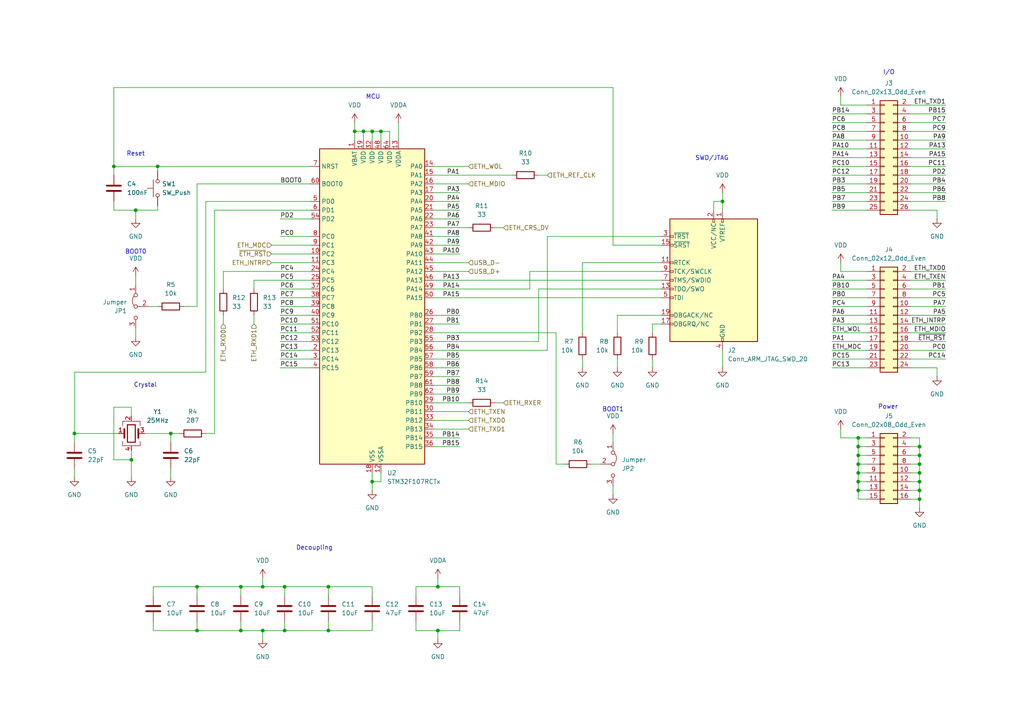
<source format=kicad_sch>
(kicad_sch
	(version 20250114)
	(generator "eeschema")
	(generator_version "9.0")
	(uuid "1f8d3fed-9427-4557-9b96-38a90e049b68")
	(paper "A4")
	
	(text "BOOT1"
		(exclude_from_sim no)
		(at 177.8 118.872 0)
		(effects
			(font
				(size 1.27 1.27)
			)
		)
		(uuid "00de8208-509f-4fb2-a4e8-0199bc095acd")
	)
	(text "Power"
		(exclude_from_sim no)
		(at 257.556 118.11 0)
		(effects
			(font
				(size 1.27 1.27)
			)
		)
		(uuid "085b1812-d0e8-451f-b6d0-61077239bb32")
	)
	(text "BOOT0"
		(exclude_from_sim no)
		(at 39.37 73.152 0)
		(effects
			(font
				(size 1.27 1.27)
			)
		)
		(uuid "194363d7-e1be-4d5a-a70d-aa7968211a1c")
	)
	(text "Decoupling"
		(exclude_from_sim no)
		(at 91.186 159.004 0)
		(effects
			(font
				(size 1.27 1.27)
			)
		)
		(uuid "7bcffe11-2217-4be0-8a0f-0ae7f67bea36")
	)
	(text "I/O"
		(exclude_from_sim no)
		(at 257.81 21.082 0)
		(effects
			(font
				(size 1.27 1.27)
			)
		)
		(uuid "81a74575-39b1-45b4-b079-48b03e9fbd55")
	)
	(text "MCU"
		(exclude_from_sim no)
		(at 108.204 28.194 0)
		(effects
			(font
				(size 1.27 1.27)
			)
		)
		(uuid "84ee065d-9c40-4ec4-8d6b-10c2c852a802")
	)
	(text "Crystal"
		(exclude_from_sim no)
		(at 42.164 111.76 0)
		(effects
			(font
				(size 1.27 1.27)
			)
		)
		(uuid "86a832c5-ae8a-4711-8db2-a13bcce49064")
	)
	(text "SWD/JTAG"
		(exclude_from_sim no)
		(at 206.502 45.974 0)
		(effects
			(font
				(size 1.27 1.27)
			)
		)
		(uuid "8bdb75f4-e31c-4ec2-b06d-93a299cf0e0e")
	)
	(text "Reset"
		(exclude_from_sim no)
		(at 39.37 44.704 0)
		(effects
			(font
				(size 1.27 1.27)
			)
		)
		(uuid "db6806d1-ed85-4622-9be1-ea56ac437af4")
	)
	(junction
		(at 110.49 38.1)
		(diameter 0)
		(color 0 0 0 0)
		(uuid "02d1a296-6499-4626-82ce-0cec02d55c31")
	)
	(junction
		(at 39.37 60.96)
		(diameter 0)
		(color 0 0 0 0)
		(uuid "0cf6250c-1f78-4cc7-9620-80ab80df044a")
	)
	(junction
		(at 38.1 133.35)
		(diameter 0)
		(color 0 0 0 0)
		(uuid "1b1bd9a9-c361-45d5-aa5e-08d49eb154e0")
	)
	(junction
		(at 76.2 170.18)
		(diameter 0)
		(color 0 0 0 0)
		(uuid "27b8820a-571a-46a0-bdeb-5148ec247f01")
	)
	(junction
		(at 266.7 132.08)
		(diameter 0)
		(color 0 0 0 0)
		(uuid "27fe68b1-e872-4898-999b-49902eb9a554")
	)
	(junction
		(at 248.92 134.62)
		(diameter 0)
		(color 0 0 0 0)
		(uuid "30ac375d-7349-4fbf-98a1-210798463eed")
	)
	(junction
		(at 248.92 129.54)
		(diameter 0)
		(color 0 0 0 0)
		(uuid "33f28998-b485-48d3-8eec-f78caaea8786")
	)
	(junction
		(at 127 170.18)
		(diameter 0)
		(color 0 0 0 0)
		(uuid "37cdb8e9-7b31-409a-af3c-6623beed9c3e")
	)
	(junction
		(at 95.25 170.18)
		(diameter 0)
		(color 0 0 0 0)
		(uuid "37e6cbfd-8730-4235-a638-3f764c80cd07")
	)
	(junction
		(at 49.53 125.73)
		(diameter 0)
		(color 0 0 0 0)
		(uuid "3958de4c-1d3e-465e-8a9e-2ec743ed1461")
	)
	(junction
		(at 45.72 48.26)
		(diameter 0)
		(color 0 0 0 0)
		(uuid "3ee43917-6c0b-4e2a-b88f-134174ec4a51")
	)
	(junction
		(at 21.59 125.73)
		(diameter 0)
		(color 0 0 0 0)
		(uuid "405286dd-beb2-44fd-9444-bc7364b907b8")
	)
	(junction
		(at 95.25 182.88)
		(diameter 0)
		(color 0 0 0 0)
		(uuid "43449beb-3e66-4927-93b9-9a1aa521f5ce")
	)
	(junction
		(at 57.15 182.88)
		(diameter 0)
		(color 0 0 0 0)
		(uuid "4426835b-d345-4aec-a9a9-3fc709bca876")
	)
	(junction
		(at 82.55 170.18)
		(diameter 0)
		(color 0 0 0 0)
		(uuid "4f72d95d-286d-43ac-8cff-39f73dc51496")
	)
	(junction
		(at 266.7 144.78)
		(diameter 0)
		(color 0 0 0 0)
		(uuid "540da641-240f-43ad-ac04-1c6408210d18")
	)
	(junction
		(at 266.7 137.16)
		(diameter 0)
		(color 0 0 0 0)
		(uuid "5d5db5b1-d6d5-401b-a384-5f2e1b576205")
	)
	(junction
		(at 107.95 38.1)
		(diameter 0)
		(color 0 0 0 0)
		(uuid "5f7367b6-f1b9-4ac5-bcd8-81d486ef2e5d")
	)
	(junction
		(at 69.85 182.88)
		(diameter 0)
		(color 0 0 0 0)
		(uuid "602eccb0-d7d5-4104-ab77-59fc499cdc0e")
	)
	(junction
		(at 82.55 182.88)
		(diameter 0)
		(color 0 0 0 0)
		(uuid "67ea45c6-5715-40ad-a1c5-482bcdf4349a")
	)
	(junction
		(at 69.85 170.18)
		(diameter 0)
		(color 0 0 0 0)
		(uuid "6c0df6c9-bba1-477b-910f-65cc82dd0f70")
	)
	(junction
		(at 248.92 142.24)
		(diameter 0)
		(color 0 0 0 0)
		(uuid "6e2ad2b2-6a91-4987-bc05-67fad096402b")
	)
	(junction
		(at 107.95 139.7)
		(diameter 0)
		(color 0 0 0 0)
		(uuid "6fb704f5-4064-4739-b0e8-0a7602ec2ff9")
	)
	(junction
		(at 248.92 127)
		(diameter 0)
		(color 0 0 0 0)
		(uuid "75924332-884e-424a-8d1f-a921378f8a43")
	)
	(junction
		(at 105.41 38.1)
		(diameter 0)
		(color 0 0 0 0)
		(uuid "77b3d633-5c7a-4e65-bc54-07af4883bb66")
	)
	(junction
		(at 248.92 139.7)
		(diameter 0)
		(color 0 0 0 0)
		(uuid "7a46a0aa-970c-4846-ab4f-e106d2299cfc")
	)
	(junction
		(at 127 182.88)
		(diameter 0)
		(color 0 0 0 0)
		(uuid "7ad829fa-f92e-42b8-afb5-788d0a12a2c8")
	)
	(junction
		(at 57.15 170.18)
		(diameter 0)
		(color 0 0 0 0)
		(uuid "7d4617de-f901-4930-bd94-1f4a1bfa03c4")
	)
	(junction
		(at 33.02 48.26)
		(diameter 0)
		(color 0 0 0 0)
		(uuid "83084d1d-a4cd-4775-9d94-f9ad185c95d5")
	)
	(junction
		(at 266.7 139.7)
		(diameter 0)
		(color 0 0 0 0)
		(uuid "9df9d3cd-725f-4e84-b6e2-3de079f97de9")
	)
	(junction
		(at 266.7 129.54)
		(diameter 0)
		(color 0 0 0 0)
		(uuid "a98352ca-6294-4d36-95e2-9b014b1a399b")
	)
	(junction
		(at 209.55 58.42)
		(diameter 0)
		(color 0 0 0 0)
		(uuid "bbef6377-b679-4778-8cab-cfc5f8a909a6")
	)
	(junction
		(at 266.7 142.24)
		(diameter 0)
		(color 0 0 0 0)
		(uuid "bf92321a-4bd0-4cd3-b8d4-ac1071f9b947")
	)
	(junction
		(at 248.92 137.16)
		(diameter 0)
		(color 0 0 0 0)
		(uuid "cd5f5e5f-9483-4d3b-be1b-55f865b497eb")
	)
	(junction
		(at 102.87 38.1)
		(diameter 0)
		(color 0 0 0 0)
		(uuid "d0b31a0c-18de-4f32-93b2-b6a2f61f01ea")
	)
	(junction
		(at 266.7 134.62)
		(diameter 0)
		(color 0 0 0 0)
		(uuid "dc7183a8-18fa-4178-851f-0f0ed6f27583")
	)
	(junction
		(at 76.2 182.88)
		(diameter 0)
		(color 0 0 0 0)
		(uuid "eb2b936d-272a-438d-9c66-3e8987b47e70")
	)
	(junction
		(at 248.92 132.08)
		(diameter 0)
		(color 0 0 0 0)
		(uuid "edf30eba-770a-4b4d-865d-550cfacdef7b")
	)
	(wire
		(pts
			(xy 81.28 96.52) (xy 90.17 96.52)
		)
		(stroke
			(width 0)
			(type default)
		)
		(uuid "00d2eb33-b9cd-47b0-a721-9e6dd64d2872")
	)
	(wire
		(pts
			(xy 209.55 58.42) (xy 209.55 55.88)
		)
		(stroke
			(width 0)
			(type default)
		)
		(uuid "01757916-2035-48b5-82f5-1ee5c521cc84")
	)
	(wire
		(pts
			(xy 33.02 58.42) (xy 33.02 60.96)
		)
		(stroke
			(width 0)
			(type default)
		)
		(uuid "03103c90-9318-40bd-8e97-49b099e1ee24")
	)
	(wire
		(pts
			(xy 264.16 53.34) (xy 274.32 53.34)
		)
		(stroke
			(width 0)
			(type default)
		)
		(uuid "06b25714-7394-49fb-9cb3-7f15eb3f8638")
	)
	(wire
		(pts
			(xy 73.66 83.82) (xy 73.66 81.28)
		)
		(stroke
			(width 0)
			(type default)
		)
		(uuid "07f7cc3b-5e1e-4244-9dc0-0a6df6e50f92")
	)
	(wire
		(pts
			(xy 38.1 120.65) (xy 38.1 118.11)
		)
		(stroke
			(width 0)
			(type default)
		)
		(uuid "087b0635-3abd-4483-b074-66c577efc728")
	)
	(wire
		(pts
			(xy 95.25 180.34) (xy 95.25 182.88)
		)
		(stroke
			(width 0)
			(type default)
		)
		(uuid "09d0159f-efa6-4d92-b412-688c977d0bb6")
	)
	(wire
		(pts
			(xy 125.73 68.58) (xy 133.35 68.58)
		)
		(stroke
			(width 0)
			(type default)
		)
		(uuid "0b660b36-301d-47d8-8ace-0126782f94c5")
	)
	(wire
		(pts
			(xy 264.16 50.8) (xy 274.32 50.8)
		)
		(stroke
			(width 0)
			(type default)
		)
		(uuid "0c2acc06-bf1b-4ea0-a31c-87b6112b215d")
	)
	(wire
		(pts
			(xy 133.35 182.88) (xy 133.35 180.34)
		)
		(stroke
			(width 0)
			(type default)
		)
		(uuid "0e2d31e7-fd7e-4c39-b2f4-73b71655cd4b")
	)
	(wire
		(pts
			(xy 274.32 78.74) (xy 264.16 78.74)
		)
		(stroke
			(width 0)
			(type default)
		)
		(uuid "0f482246-3b56-431d-bfa9-fedf4077ede8")
	)
	(wire
		(pts
			(xy 264.16 33.02) (xy 274.32 33.02)
		)
		(stroke
			(width 0)
			(type default)
		)
		(uuid "1137ede1-bafd-493e-a0d6-c0388a5643ef")
	)
	(wire
		(pts
			(xy 81.28 93.98) (xy 90.17 93.98)
		)
		(stroke
			(width 0)
			(type default)
		)
		(uuid "11ace4c6-e67b-4703-95a0-8cd545ea00a1")
	)
	(wire
		(pts
			(xy 264.16 137.16) (xy 266.7 137.16)
		)
		(stroke
			(width 0)
			(type default)
		)
		(uuid "11ae7f9b-989e-4b39-99d6-8009833d04fe")
	)
	(wire
		(pts
			(xy 158.75 68.58) (xy 191.77 68.58)
		)
		(stroke
			(width 0)
			(type default)
		)
		(uuid "11d34bcf-2cde-4c2e-9061-6fd92b0459ac")
	)
	(wire
		(pts
			(xy 274.32 86.36) (xy 264.16 86.36)
		)
		(stroke
			(width 0)
			(type default)
		)
		(uuid "137e2e09-e0d2-401f-96b0-b060340dacbd")
	)
	(wire
		(pts
			(xy 69.85 180.34) (xy 69.85 182.88)
		)
		(stroke
			(width 0)
			(type default)
		)
		(uuid "143e1c0a-fbe6-4aee-ac8b-8d118241bd90")
	)
	(wire
		(pts
			(xy 107.95 38.1) (xy 105.41 38.1)
		)
		(stroke
			(width 0)
			(type default)
		)
		(uuid "1699379c-f54a-43a9-bc90-8474bfc4faf4")
	)
	(wire
		(pts
			(xy 248.92 144.78) (xy 248.92 142.24)
		)
		(stroke
			(width 0)
			(type default)
		)
		(uuid "17a165e1-8a97-48db-801f-1fb46e684786")
	)
	(wire
		(pts
			(xy 125.73 129.54) (xy 133.35 129.54)
		)
		(stroke
			(width 0)
			(type default)
		)
		(uuid "193f7e92-871d-44a2-aae9-2ba7f5abd471")
	)
	(wire
		(pts
			(xy 38.1 133.35) (xy 38.1 138.43)
		)
		(stroke
			(width 0)
			(type default)
		)
		(uuid "198fe859-d90c-4242-883d-d13084ddb5da")
	)
	(wire
		(pts
			(xy 78.74 76.2) (xy 90.17 76.2)
		)
		(stroke
			(width 0)
			(type default)
		)
		(uuid "1d29330e-9e78-495f-bfa3-cc40a760b878")
	)
	(wire
		(pts
			(xy 127 170.18) (xy 133.35 170.18)
		)
		(stroke
			(width 0)
			(type default)
		)
		(uuid "1eed5dd7-95b7-4cef-8c3f-a8e0f45e4e40")
	)
	(wire
		(pts
			(xy 43.18 88.9) (xy 45.72 88.9)
		)
		(stroke
			(width 0)
			(type default)
		)
		(uuid "1ef126b2-43d7-496a-ab4d-f3182fc89ae1")
	)
	(wire
		(pts
			(xy 274.32 91.44) (xy 264.16 91.44)
		)
		(stroke
			(width 0)
			(type default)
		)
		(uuid "1efa6e58-7b4e-4d27-b077-4f7a7a3e0348")
	)
	(wire
		(pts
			(xy 266.7 139.7) (xy 266.7 142.24)
		)
		(stroke
			(width 0)
			(type default)
		)
		(uuid "1f7510c4-08bb-4697-a71f-9bdb73d4602b")
	)
	(wire
		(pts
			(xy 90.17 63.5) (xy 81.28 63.5)
		)
		(stroke
			(width 0)
			(type default)
		)
		(uuid "21341562-fb7b-4d43-a869-01d4bcdb3867")
	)
	(wire
		(pts
			(xy 102.87 38.1) (xy 102.87 40.64)
		)
		(stroke
			(width 0)
			(type default)
		)
		(uuid "21ea84d9-104a-4322-9152-c6522b48c007")
	)
	(wire
		(pts
			(xy 241.3 45.72) (xy 251.46 45.72)
		)
		(stroke
			(width 0)
			(type default)
		)
		(uuid "2284aa4c-a536-40bc-9368-c84cd7c390b7")
	)
	(wire
		(pts
			(xy 110.49 137.16) (xy 110.49 139.7)
		)
		(stroke
			(width 0)
			(type default)
		)
		(uuid "22949e23-3617-4aa0-9a55-81c233f93b0c")
	)
	(wire
		(pts
			(xy 33.02 48.26) (xy 33.02 50.8)
		)
		(stroke
			(width 0)
			(type default)
		)
		(uuid "2309816e-c12e-4ba3-81b7-f7b170c47375")
	)
	(wire
		(pts
			(xy 241.3 35.56) (xy 251.46 35.56)
		)
		(stroke
			(width 0)
			(type default)
		)
		(uuid "231e6f26-de81-4693-b7ef-b3602d9bd6fb")
	)
	(wire
		(pts
			(xy 81.28 99.06) (xy 90.17 99.06)
		)
		(stroke
			(width 0)
			(type default)
		)
		(uuid "240c945e-58fa-4f4e-8d2f-4592283c09a4")
	)
	(wire
		(pts
			(xy 125.73 114.3) (xy 133.35 114.3)
		)
		(stroke
			(width 0)
			(type default)
		)
		(uuid "26135b35-6488-4220-8725-2533490bdab8")
	)
	(wire
		(pts
			(xy 264.16 129.54) (xy 266.7 129.54)
		)
		(stroke
			(width 0)
			(type default)
		)
		(uuid "263b90cd-4038-491c-ae5a-3e9e3bec4704")
	)
	(wire
		(pts
			(xy 241.3 48.26) (xy 251.46 48.26)
		)
		(stroke
			(width 0)
			(type default)
		)
		(uuid "27aba918-b889-4019-8719-77ae50b5d4c2")
	)
	(wire
		(pts
			(xy 191.77 93.98) (xy 189.23 93.98)
		)
		(stroke
			(width 0)
			(type default)
		)
		(uuid "2901293d-6699-463b-a396-e148118d4e0e")
	)
	(wire
		(pts
			(xy 133.35 172.72) (xy 133.35 170.18)
		)
		(stroke
			(width 0)
			(type default)
		)
		(uuid "29037b45-9550-4c6a-b5e2-7dce67b35219")
	)
	(wire
		(pts
			(xy 241.3 43.18) (xy 251.46 43.18)
		)
		(stroke
			(width 0)
			(type default)
		)
		(uuid "29df3eec-0a0d-4c69-8404-b6445eb05149")
	)
	(wire
		(pts
			(xy 274.32 101.6) (xy 264.16 101.6)
		)
		(stroke
			(width 0)
			(type default)
		)
		(uuid "2b8589dc-8f5a-4b6b-be80-ff5570cf82af")
	)
	(wire
		(pts
			(xy 264.16 139.7) (xy 266.7 139.7)
		)
		(stroke
			(width 0)
			(type default)
		)
		(uuid "2b875f2a-3bdd-494d-a328-0d766564ebba")
	)
	(wire
		(pts
			(xy 110.49 38.1) (xy 107.95 38.1)
		)
		(stroke
			(width 0)
			(type default)
		)
		(uuid "2e2a5c87-68ee-411d-bd08-e61cee082fc7")
	)
	(wire
		(pts
			(xy 57.15 172.72) (xy 57.15 170.18)
		)
		(stroke
			(width 0)
			(type default)
		)
		(uuid "300a2eb0-316d-4f62-8ab6-a226f80cf993")
	)
	(wire
		(pts
			(xy 69.85 182.88) (xy 76.2 182.88)
		)
		(stroke
			(width 0)
			(type default)
		)
		(uuid "3031fb24-a2de-4c8e-ba62-d9946c2fa164")
	)
	(wire
		(pts
			(xy 266.7 142.24) (xy 266.7 144.78)
		)
		(stroke
			(width 0)
			(type default)
		)
		(uuid "3084a0c8-c793-49c2-b10a-7f0fdcd4d1e2")
	)
	(wire
		(pts
			(xy 241.3 60.96) (xy 251.46 60.96)
		)
		(stroke
			(width 0)
			(type default)
		)
		(uuid "31048f61-3819-4bd4-93f7-c8dd0715d938")
	)
	(wire
		(pts
			(xy 81.28 86.36) (xy 90.17 86.36)
		)
		(stroke
			(width 0)
			(type default)
		)
		(uuid "3117a795-7dad-4878-b8e3-b5b606b57426")
	)
	(wire
		(pts
			(xy 191.77 71.12) (xy 177.8 71.12)
		)
		(stroke
			(width 0)
			(type default)
		)
		(uuid "315ff040-54b8-45bf-a623-b6a01c12bb89")
	)
	(wire
		(pts
			(xy 62.23 60.96) (xy 62.23 125.73)
		)
		(stroke
			(width 0)
			(type default)
		)
		(uuid "335e9689-f58e-42be-b259-94d6d0f83281")
	)
	(wire
		(pts
			(xy 21.59 135.89) (xy 21.59 138.43)
		)
		(stroke
			(width 0)
			(type default)
		)
		(uuid "3412ae48-9a37-414f-a2ad-966b25dce3e6")
	)
	(wire
		(pts
			(xy 274.32 88.9) (xy 264.16 88.9)
		)
		(stroke
			(width 0)
			(type default)
		)
		(uuid "346b5106-828e-4a47-b0d7-baf96642ce82")
	)
	(wire
		(pts
			(xy 125.73 116.84) (xy 135.89 116.84)
		)
		(stroke
			(width 0)
			(type default)
		)
		(uuid "349d007e-b658-49bb-a933-9f26a9638fb0")
	)
	(wire
		(pts
			(xy 241.3 33.02) (xy 251.46 33.02)
		)
		(stroke
			(width 0)
			(type default)
		)
		(uuid "34debd2a-998e-4bb5-806a-d76d2ab5e0c7")
	)
	(wire
		(pts
			(xy 105.41 38.1) (xy 105.41 40.64)
		)
		(stroke
			(width 0)
			(type default)
		)
		(uuid "35183fb1-5d8d-4baf-882e-1c8c9dbebcd3")
	)
	(wire
		(pts
			(xy 251.46 144.78) (xy 248.92 144.78)
		)
		(stroke
			(width 0)
			(type default)
		)
		(uuid "365d6cf2-a4ca-4407-8db3-661476820df6")
	)
	(wire
		(pts
			(xy 264.16 40.64) (xy 274.32 40.64)
		)
		(stroke
			(width 0)
			(type default)
		)
		(uuid "3685d082-2a64-4ca1-aaab-408d7ef1ffe8")
	)
	(wire
		(pts
			(xy 251.46 93.98) (xy 241.3 93.98)
		)
		(stroke
			(width 0)
			(type default)
		)
		(uuid "37dde06b-e1bf-4da4-9fd5-8abb4e6ae61c")
	)
	(wire
		(pts
			(xy 64.77 91.44) (xy 64.77 93.98)
		)
		(stroke
			(width 0)
			(type default)
		)
		(uuid "38143c91-fafc-4984-b53f-cba79d8b2ed6")
	)
	(wire
		(pts
			(xy 207.01 60.96) (xy 207.01 58.42)
		)
		(stroke
			(width 0)
			(type default)
		)
		(uuid "39992454-b79e-4033-ac19-6cabc4dabb73")
	)
	(wire
		(pts
			(xy 82.55 170.18) (xy 82.55 172.72)
		)
		(stroke
			(width 0)
			(type default)
		)
		(uuid "3b85ef0e-e67f-4646-87a2-64dd425252a4")
	)
	(wire
		(pts
			(xy 39.37 95.25) (xy 39.37 97.79)
		)
		(stroke
			(width 0)
			(type default)
		)
		(uuid "3d3539b6-0c0b-4d90-9201-74ad2893d721")
	)
	(wire
		(pts
			(xy 44.45 180.34) (xy 44.45 182.88)
		)
		(stroke
			(width 0)
			(type default)
		)
		(uuid "3dff022c-7f79-4bf1-a953-6226c65c177b")
	)
	(wire
		(pts
			(xy 251.46 132.08) (xy 248.92 132.08)
		)
		(stroke
			(width 0)
			(type default)
		)
		(uuid "3f580164-8308-415e-8353-61999a4dbbef")
	)
	(wire
		(pts
			(xy 41.91 125.73) (xy 49.53 125.73)
		)
		(stroke
			(width 0)
			(type default)
		)
		(uuid "3fb7e880-122d-44d6-9f89-b00e82364638")
	)
	(wire
		(pts
			(xy 125.73 121.92) (xy 135.89 121.92)
		)
		(stroke
			(width 0)
			(type default)
		)
		(uuid "426cf66b-2818-4413-8e85-367930e8c596")
	)
	(wire
		(pts
			(xy 57.15 88.9) (xy 57.15 53.34)
		)
		(stroke
			(width 0)
			(type default)
		)
		(uuid "43238296-d8ca-4bd3-9700-634fd36513b0")
	)
	(wire
		(pts
			(xy 251.46 91.44) (xy 241.3 91.44)
		)
		(stroke
			(width 0)
			(type default)
		)
		(uuid "43a04dd3-8622-4260-ad8b-64185fe76da8")
	)
	(wire
		(pts
			(xy 107.95 139.7) (xy 107.95 142.24)
		)
		(stroke
			(width 0)
			(type default)
		)
		(uuid "44b690f2-1c6f-4916-a62c-041f3b2a4d89")
	)
	(wire
		(pts
			(xy 143.51 66.04) (xy 146.05 66.04)
		)
		(stroke
			(width 0)
			(type default)
		)
		(uuid "46d80cd3-2f6b-4f35-a05a-cb250c778f61")
	)
	(wire
		(pts
			(xy 125.73 48.26) (xy 135.89 48.26)
		)
		(stroke
			(width 0)
			(type default)
		)
		(uuid "48a50b94-79c1-44b0-a33e-20e3744340ef")
	)
	(wire
		(pts
			(xy 189.23 104.14) (xy 189.23 106.68)
		)
		(stroke
			(width 0)
			(type default)
		)
		(uuid "499d06a8-200d-4146-a2bc-fa498dedbeb2")
	)
	(wire
		(pts
			(xy 62.23 60.96) (xy 90.17 60.96)
		)
		(stroke
			(width 0)
			(type default)
		)
		(uuid "4a0b8b62-1427-4754-9e6b-75daf8e6dcd4")
	)
	(wire
		(pts
			(xy 177.8 25.4) (xy 33.02 25.4)
		)
		(stroke
			(width 0)
			(type default)
		)
		(uuid "4a69faf8-81c3-4bdb-b266-06e91005f48f")
	)
	(wire
		(pts
			(xy 21.59 125.73) (xy 34.29 125.73)
		)
		(stroke
			(width 0)
			(type default)
		)
		(uuid "4aedb651-ea6f-4c7e-a776-037c7f187775")
	)
	(wire
		(pts
			(xy 81.28 88.9) (xy 90.17 88.9)
		)
		(stroke
			(width 0)
			(type default)
		)
		(uuid "4b36e258-9848-4429-8bfd-b8337131d0ec")
	)
	(wire
		(pts
			(xy 76.2 170.18) (xy 82.55 170.18)
		)
		(stroke
			(width 0)
			(type default)
		)
		(uuid "4b5340dc-2f88-4be1-a7e2-59af24c60ad4")
	)
	(wire
		(pts
			(xy 125.73 53.34) (xy 135.89 53.34)
		)
		(stroke
			(width 0)
			(type default)
		)
		(uuid "4c4eac3f-856a-437d-8a70-7df089794ca1")
	)
	(wire
		(pts
			(xy 266.7 137.16) (xy 266.7 139.7)
		)
		(stroke
			(width 0)
			(type default)
		)
		(uuid "4c765fd4-be7e-4930-a96d-5423c63daa69")
	)
	(wire
		(pts
			(xy 59.69 107.95) (xy 59.69 58.42)
		)
		(stroke
			(width 0)
			(type default)
		)
		(uuid "4d2903ac-135e-4855-9e7e-c0c0e0b3d668")
	)
	(wire
		(pts
			(xy 248.92 129.54) (xy 248.92 132.08)
		)
		(stroke
			(width 0)
			(type default)
		)
		(uuid "4d9c1cbe-5816-4b14-be51-64183c45cdc1")
	)
	(wire
		(pts
			(xy 49.53 125.73) (xy 52.07 125.73)
		)
		(stroke
			(width 0)
			(type default)
		)
		(uuid "4db1d6fc-bc8f-4373-bfdd-2f34d8e05e30")
	)
	(wire
		(pts
			(xy 45.72 60.96) (xy 45.72 59.69)
		)
		(stroke
			(width 0)
			(type default)
		)
		(uuid "4dc539c1-6f2b-4c00-821d-a6ece7bd5946")
	)
	(wire
		(pts
			(xy 266.7 134.62) (xy 266.7 137.16)
		)
		(stroke
			(width 0)
			(type default)
		)
		(uuid "4e0b5baf-2710-4de1-9f68-7d3313d0b2d7")
	)
	(wire
		(pts
			(xy 161.29 134.62) (xy 161.29 96.52)
		)
		(stroke
			(width 0)
			(type default)
		)
		(uuid "50647ae9-434d-44ac-a165-493b0349e2b0")
	)
	(wire
		(pts
			(xy 241.3 50.8) (xy 251.46 50.8)
		)
		(stroke
			(width 0)
			(type default)
		)
		(uuid "5245449f-b0ec-4515-9ba5-3c580886ee29")
	)
	(wire
		(pts
			(xy 251.46 83.82) (xy 241.3 83.82)
		)
		(stroke
			(width 0)
			(type default)
		)
		(uuid "5264cd72-2bbc-4599-89b3-7a445a029411")
	)
	(wire
		(pts
			(xy 125.73 99.06) (xy 156.21 99.06)
		)
		(stroke
			(width 0)
			(type default)
		)
		(uuid "53f853e5-c1fe-46d4-a24c-f362c35f1182")
	)
	(wire
		(pts
			(xy 73.66 81.28) (xy 90.17 81.28)
		)
		(stroke
			(width 0)
			(type default)
		)
		(uuid "5491ff4e-aaed-4998-b3c7-45de15c41ec8")
	)
	(wire
		(pts
			(xy 125.73 106.68) (xy 133.35 106.68)
		)
		(stroke
			(width 0)
			(type default)
		)
		(uuid "55ede00c-a22e-47e4-826a-ecf43d331545")
	)
	(wire
		(pts
			(xy 64.77 83.82) (xy 64.77 78.74)
		)
		(stroke
			(width 0)
			(type default)
		)
		(uuid "560cc3dc-cfb2-40bd-8ed6-cc9a03bd32d1")
	)
	(wire
		(pts
			(xy 241.3 40.64) (xy 251.46 40.64)
		)
		(stroke
			(width 0)
			(type default)
		)
		(uuid "5670faaa-e3ed-4a0c-8dc3-af031f1caefc")
	)
	(wire
		(pts
			(xy 264.16 58.42) (xy 274.32 58.42)
		)
		(stroke
			(width 0)
			(type default)
		)
		(uuid "56c00bf2-708a-4947-b0d9-967db954d7bf")
	)
	(wire
		(pts
			(xy 81.28 68.58) (xy 90.17 68.58)
		)
		(stroke
			(width 0)
			(type default)
		)
		(uuid "56f3ca5b-60f3-4345-8412-0aa1a78c2ecb")
	)
	(wire
		(pts
			(xy 266.7 132.08) (xy 266.7 134.62)
		)
		(stroke
			(width 0)
			(type default)
		)
		(uuid "576a68d8-e5e1-4af3-8668-9e3a89c03f92")
	)
	(wire
		(pts
			(xy 241.3 58.42) (xy 251.46 58.42)
		)
		(stroke
			(width 0)
			(type default)
		)
		(uuid "585d1eb9-b0ed-4996-8430-3261f25ec94c")
	)
	(wire
		(pts
			(xy 209.55 60.96) (xy 209.55 58.42)
		)
		(stroke
			(width 0)
			(type default)
		)
		(uuid "59f7d323-08d0-4096-ad18-3008c9b26ff9")
	)
	(wire
		(pts
			(xy 107.95 170.18) (xy 107.95 172.72)
		)
		(stroke
			(width 0)
			(type default)
		)
		(uuid "5a22444c-c8e7-4e10-8103-b440a39864f3")
	)
	(wire
		(pts
			(xy 156.21 83.82) (xy 191.77 83.82)
		)
		(stroke
			(width 0)
			(type default)
		)
		(uuid "5a659e29-e936-4b87-8d7a-229744cc1ba9")
	)
	(wire
		(pts
			(xy 274.32 96.52) (xy 264.16 96.52)
		)
		(stroke
			(width 0)
			(type default)
		)
		(uuid "5ab3579f-d2fb-4d39-8cd6-468826466152")
	)
	(wire
		(pts
			(xy 168.91 104.14) (xy 168.91 106.68)
		)
		(stroke
			(width 0)
			(type default)
		)
		(uuid "5ae17580-4343-4134-b7c4-9a84add18667")
	)
	(wire
		(pts
			(xy 57.15 182.88) (xy 69.85 182.88)
		)
		(stroke
			(width 0)
			(type default)
		)
		(uuid "5b53d605-7fc6-48a9-b52a-0ac0b2b23c88")
	)
	(wire
		(pts
			(xy 274.32 81.28) (xy 264.16 81.28)
		)
		(stroke
			(width 0)
			(type default)
		)
		(uuid "5bf9d9c1-a4e5-4708-bddd-b011853c097e")
	)
	(wire
		(pts
			(xy 243.84 30.48) (xy 251.46 30.48)
		)
		(stroke
			(width 0)
			(type default)
		)
		(uuid "60e9aaef-6d40-4182-92e4-3fafebc49062")
	)
	(wire
		(pts
			(xy 21.59 128.27) (xy 21.59 125.73)
		)
		(stroke
			(width 0)
			(type default)
		)
		(uuid "618e37a5-c0d8-412c-a9bd-78ba939f7268")
	)
	(wire
		(pts
			(xy 251.46 81.28) (xy 241.3 81.28)
		)
		(stroke
			(width 0)
			(type default)
		)
		(uuid "629636ce-ff1f-4b75-8c92-c62cddda523f")
	)
	(wire
		(pts
			(xy 76.2 167.64) (xy 76.2 170.18)
		)
		(stroke
			(width 0)
			(type default)
		)
		(uuid "63721e74-145d-4b7f-ba09-8bc861c2e5a0")
	)
	(wire
		(pts
			(xy 107.95 180.34) (xy 107.95 182.88)
		)
		(stroke
			(width 0)
			(type default)
		)
		(uuid "6377d323-7806-46f2-9263-7b168771bfa8")
	)
	(wire
		(pts
			(xy 44.45 172.72) (xy 44.45 170.18)
		)
		(stroke
			(width 0)
			(type default)
		)
		(uuid "641896f0-5027-4a0e-a47b-475c45c28c7e")
	)
	(wire
		(pts
			(xy 264.16 30.48) (xy 274.32 30.48)
		)
		(stroke
			(width 0)
			(type default)
		)
		(uuid "642b51c8-81e6-47fa-8d7d-aee31456cbbb")
	)
	(wire
		(pts
			(xy 274.32 104.14) (xy 264.16 104.14)
		)
		(stroke
			(width 0)
			(type default)
		)
		(uuid "65cf25e4-5b62-4a6c-9a01-0f88c350bdad")
	)
	(wire
		(pts
			(xy 243.84 124.46) (xy 243.84 127)
		)
		(stroke
			(width 0)
			(type default)
		)
		(uuid "674f11ef-9410-4973-af79-47e18a51db91")
	)
	(wire
		(pts
			(xy 107.95 139.7) (xy 110.49 139.7)
		)
		(stroke
			(width 0)
			(type default)
		)
		(uuid "6867042a-f51a-4b95-832d-b450203081d9")
	)
	(wire
		(pts
			(xy 125.73 83.82) (xy 153.67 83.82)
		)
		(stroke
			(width 0)
			(type default)
		)
		(uuid "69eaad39-5cdf-4a7f-a37a-13e5e8af9703")
	)
	(wire
		(pts
			(xy 73.66 91.44) (xy 73.66 93.98)
		)
		(stroke
			(width 0)
			(type default)
		)
		(uuid "69eec87f-3ccf-4d0b-990d-611ac9175644")
	)
	(wire
		(pts
			(xy 264.16 35.56) (xy 274.32 35.56)
		)
		(stroke
			(width 0)
			(type default)
		)
		(uuid "6afb7dd5-cded-4e91-b10a-73ec70965f9c")
	)
	(wire
		(pts
			(xy 264.16 55.88) (xy 274.32 55.88)
		)
		(stroke
			(width 0)
			(type default)
		)
		(uuid "6b3473f3-0799-4b86-a4a7-445ea5201e9e")
	)
	(wire
		(pts
			(xy 243.84 27.94) (xy 243.84 30.48)
		)
		(stroke
			(width 0)
			(type default)
		)
		(uuid "6bbcc5f2-75cb-4465-a485-5c6a544b2f46")
	)
	(wire
		(pts
			(xy 264.16 48.26) (xy 274.32 48.26)
		)
		(stroke
			(width 0)
			(type default)
		)
		(uuid "6c852b8b-aabb-4bd8-9960-5b40cb8b218d")
	)
	(wire
		(pts
			(xy 264.16 127) (xy 266.7 127)
		)
		(stroke
			(width 0)
			(type default)
		)
		(uuid "6cdf2744-a70c-44df-a132-d1a25b220a53")
	)
	(wire
		(pts
			(xy 177.8 125.73) (xy 177.8 128.27)
		)
		(stroke
			(width 0)
			(type default)
		)
		(uuid "6db93320-6500-424a-8ef3-e0da2878c1ec")
	)
	(wire
		(pts
			(xy 78.74 73.66) (xy 90.17 73.66)
		)
		(stroke
			(width 0)
			(type default)
		)
		(uuid "710b8470-57eb-4553-b605-35876584abff")
	)
	(wire
		(pts
			(xy 95.25 170.18) (xy 95.25 172.72)
		)
		(stroke
			(width 0)
			(type default)
		)
		(uuid "711f8395-acb0-466d-b276-f3817656395d")
	)
	(wire
		(pts
			(xy 153.67 78.74) (xy 191.77 78.74)
		)
		(stroke
			(width 0)
			(type default)
		)
		(uuid "725f0b9b-cb79-4afd-b56d-717700ccedf9")
	)
	(wire
		(pts
			(xy 44.45 182.88) (xy 57.15 182.88)
		)
		(stroke
			(width 0)
			(type default)
		)
		(uuid "73a33d5e-047f-43c9-9959-7d695de433cc")
	)
	(wire
		(pts
			(xy 127 182.88) (xy 133.35 182.88)
		)
		(stroke
			(width 0)
			(type default)
		)
		(uuid "744b0d7d-78d0-41e5-a0c3-42870d312295")
	)
	(wire
		(pts
			(xy 125.73 109.22) (xy 133.35 109.22)
		)
		(stroke
			(width 0)
			(type default)
		)
		(uuid "749790d6-400a-4582-9ba9-cff29a05f165")
	)
	(wire
		(pts
			(xy 241.3 55.88) (xy 251.46 55.88)
		)
		(stroke
			(width 0)
			(type default)
		)
		(uuid "75491007-9792-4d88-a0e2-decbe59d28c8")
	)
	(wire
		(pts
			(xy 39.37 60.96) (xy 45.72 60.96)
		)
		(stroke
			(width 0)
			(type default)
		)
		(uuid "75e06221-fe10-48e9-928c-146694acf6fe")
	)
	(wire
		(pts
			(xy 81.28 83.82) (xy 90.17 83.82)
		)
		(stroke
			(width 0)
			(type default)
		)
		(uuid "7904a88a-7e3a-45b4-a395-588999476a85")
	)
	(wire
		(pts
			(xy 82.55 182.88) (xy 95.25 182.88)
		)
		(stroke
			(width 0)
			(type default)
		)
		(uuid "7986ca70-dfc9-4582-8b24-ea6b4711ed4c")
	)
	(wire
		(pts
			(xy 113.03 40.64) (xy 113.03 38.1)
		)
		(stroke
			(width 0)
			(type default)
		)
		(uuid "799fbaba-9994-400c-89f3-77790c172178")
	)
	(wire
		(pts
			(xy 251.46 137.16) (xy 248.92 137.16)
		)
		(stroke
			(width 0)
			(type default)
		)
		(uuid "79b383cf-1a5d-47de-8ba4-270c09c0121a")
	)
	(wire
		(pts
			(xy 243.84 76.2) (xy 243.84 78.74)
		)
		(stroke
			(width 0)
			(type default)
		)
		(uuid "7a6e5094-a0bf-4da6-bece-36a9657a8f4e")
	)
	(wire
		(pts
			(xy 44.45 170.18) (xy 57.15 170.18)
		)
		(stroke
			(width 0)
			(type default)
		)
		(uuid "7bd23928-bfd3-49f3-acd7-0c134ca60a22")
	)
	(wire
		(pts
			(xy 264.16 38.1) (xy 274.32 38.1)
		)
		(stroke
			(width 0)
			(type default)
		)
		(uuid "7d3546a4-48e5-4fc5-9c8c-47930914d6b4")
	)
	(wire
		(pts
			(xy 251.46 139.7) (xy 248.92 139.7)
		)
		(stroke
			(width 0)
			(type default)
		)
		(uuid "7d3af554-3c1d-429d-afef-bee9a48e9b65")
	)
	(wire
		(pts
			(xy 105.41 38.1) (xy 102.87 38.1)
		)
		(stroke
			(width 0)
			(type default)
		)
		(uuid "7f9ddd1f-0277-4319-9677-7e94641d0c34")
	)
	(wire
		(pts
			(xy 125.73 101.6) (xy 158.75 101.6)
		)
		(stroke
			(width 0)
			(type default)
		)
		(uuid "7fc9f561-faa8-47f1-beab-1856944bd031")
	)
	(wire
		(pts
			(xy 158.75 101.6) (xy 158.75 68.58)
		)
		(stroke
			(width 0)
			(type default)
		)
		(uuid "80019902-bd36-4f77-a624-c01e582df5c3")
	)
	(wire
		(pts
			(xy 45.72 48.26) (xy 45.72 49.53)
		)
		(stroke
			(width 0)
			(type default)
		)
		(uuid "806c5c6d-c646-468f-8599-d5f3e5629b48")
	)
	(wire
		(pts
			(xy 125.73 76.2) (xy 135.89 76.2)
		)
		(stroke
			(width 0)
			(type default)
		)
		(uuid "818356ed-2b5e-4eba-b225-7efb56e0d2af")
	)
	(wire
		(pts
			(xy 53.34 88.9) (xy 57.15 88.9)
		)
		(stroke
			(width 0)
			(type default)
		)
		(uuid "82fec0c0-2f81-4feb-a95f-2dc6890bd199")
	)
	(wire
		(pts
			(xy 95.25 170.18) (xy 107.95 170.18)
		)
		(stroke
			(width 0)
			(type default)
		)
		(uuid "847be73f-f413-4bfc-9755-ff8b38be3553")
	)
	(wire
		(pts
			(xy 251.46 101.6) (xy 241.3 101.6)
		)
		(stroke
			(width 0)
			(type default)
		)
		(uuid "86637c1a-d164-4b77-ac3e-bbf200c68a11")
	)
	(wire
		(pts
			(xy 161.29 134.62) (xy 163.83 134.62)
		)
		(stroke
			(width 0)
			(type default)
		)
		(uuid "86ad09b3-004f-4b1d-b8cb-65c4afa6b4fd")
	)
	(wire
		(pts
			(xy 264.16 132.08) (xy 266.7 132.08)
		)
		(stroke
			(width 0)
			(type default)
		)
		(uuid "86f30976-bae5-4f19-8b70-2bd4631b8480")
	)
	(wire
		(pts
			(xy 69.85 170.18) (xy 76.2 170.18)
		)
		(stroke
			(width 0)
			(type default)
		)
		(uuid "8b766140-0f27-4071-a58c-206ac77e5135")
	)
	(wire
		(pts
			(xy 82.55 180.34) (xy 82.55 182.88)
		)
		(stroke
			(width 0)
			(type default)
		)
		(uuid "8bc0af55-41dc-4621-be70-84e19caaf0d5")
	)
	(wire
		(pts
			(xy 177.8 71.12) (xy 177.8 25.4)
		)
		(stroke
			(width 0)
			(type default)
		)
		(uuid "8bc3dd33-3434-4ed3-9c3c-83c41fd59b33")
	)
	(wire
		(pts
			(xy 191.77 76.2) (xy 168.91 76.2)
		)
		(stroke
			(width 0)
			(type default)
		)
		(uuid "8de278cd-7f9a-4885-8917-e3c103528088")
	)
	(wire
		(pts
			(xy 33.02 48.26) (xy 45.72 48.26)
		)
		(stroke
			(width 0)
			(type default)
		)
		(uuid "8efc2330-e5b9-4012-b9d7-00ca074cc5af")
	)
	(wire
		(pts
			(xy 248.92 127) (xy 251.46 127)
		)
		(stroke
			(width 0)
			(type default)
		)
		(uuid "8f45b6a9-2b10-4ba6-bee9-d939eb87fc2f")
	)
	(wire
		(pts
			(xy 125.73 71.12) (xy 133.35 71.12)
		)
		(stroke
			(width 0)
			(type default)
		)
		(uuid "9060b333-d745-4b60-aaa8-88e94086d6c8")
	)
	(wire
		(pts
			(xy 271.78 106.68) (xy 264.16 106.68)
		)
		(stroke
			(width 0)
			(type default)
		)
		(uuid "90d00b3e-81c3-41cb-8712-8cb723e1efd0")
	)
	(wire
		(pts
			(xy 33.02 60.96) (xy 39.37 60.96)
		)
		(stroke
			(width 0)
			(type default)
		)
		(uuid "91c4f173-d5d7-4ddb-9fbe-97a86e7f1d3f")
	)
	(wire
		(pts
			(xy 271.78 109.22) (xy 271.78 106.68)
		)
		(stroke
			(width 0)
			(type default)
		)
		(uuid "9319992f-4a9e-4dca-85c8-93c27dfeaccc")
	)
	(wire
		(pts
			(xy 248.92 137.16) (xy 248.92 134.62)
		)
		(stroke
			(width 0)
			(type default)
		)
		(uuid "94a1bfec-1077-44a3-b2fa-e3a95c16a01a")
	)
	(wire
		(pts
			(xy 271.78 63.5) (xy 271.78 60.96)
		)
		(stroke
			(width 0)
			(type default)
		)
		(uuid "962a4f05-ebfa-4a61-8e25-f12a9207191c")
	)
	(wire
		(pts
			(xy 125.73 124.46) (xy 135.89 124.46)
		)
		(stroke
			(width 0)
			(type default)
		)
		(uuid "99ba5d24-1dbf-48a5-abf8-3c1889349275")
	)
	(wire
		(pts
			(xy 209.55 58.42) (xy 207.01 58.42)
		)
		(stroke
			(width 0)
			(type default)
		)
		(uuid "99ea9f86-f5f0-4063-9a4d-f58fd4073148")
	)
	(wire
		(pts
			(xy 153.67 83.82) (xy 153.67 78.74)
		)
		(stroke
			(width 0)
			(type default)
		)
		(uuid "9abcb934-7860-447a-9a5b-c1537e35fd52")
	)
	(wire
		(pts
			(xy 264.16 43.18) (xy 274.32 43.18)
		)
		(stroke
			(width 0)
			(type default)
		)
		(uuid "9c570847-2c24-464a-81fb-9eaf0e4b3f43")
	)
	(wire
		(pts
			(xy 127 167.64) (xy 127 170.18)
		)
		(stroke
			(width 0)
			(type default)
		)
		(uuid "9f46f1f2-b251-4ed3-9957-ea4c7334217e")
	)
	(wire
		(pts
			(xy 266.7 127) (xy 266.7 129.54)
		)
		(stroke
			(width 0)
			(type default)
		)
		(uuid "a07851ae-e54d-441e-a945-d8bd8aea295b")
	)
	(wire
		(pts
			(xy 125.73 127) (xy 133.35 127)
		)
		(stroke
			(width 0)
			(type default)
		)
		(uuid "a20df155-2115-428b-bcd0-23962281e24e")
	)
	(wire
		(pts
			(xy 76.2 182.88) (xy 76.2 185.42)
		)
		(stroke
			(width 0)
			(type default)
		)
		(uuid "a2c7ae70-46ec-46ba-866e-7d0bf0667c34")
	)
	(wire
		(pts
			(xy 125.73 119.38) (xy 135.89 119.38)
		)
		(stroke
			(width 0)
			(type default)
		)
		(uuid "a2e7f887-36ff-4d3d-9cf7-9302d6670514")
	)
	(wire
		(pts
			(xy 125.73 63.5) (xy 133.35 63.5)
		)
		(stroke
			(width 0)
			(type default)
		)
		(uuid "a3d92915-eeb8-45fc-9381-d2188b73d70f")
	)
	(wire
		(pts
			(xy 179.07 104.14) (xy 179.07 106.68)
		)
		(stroke
			(width 0)
			(type default)
		)
		(uuid "a41d85f2-bbc3-4ad4-ab6c-a32f2a40c1ac")
	)
	(wire
		(pts
			(xy 264.16 142.24) (xy 266.7 142.24)
		)
		(stroke
			(width 0)
			(type default)
		)
		(uuid "a5299f20-fa08-4dff-9902-558128ded3d1")
	)
	(wire
		(pts
			(xy 81.28 106.68) (xy 90.17 106.68)
		)
		(stroke
			(width 0)
			(type default)
		)
		(uuid "a52a9620-3136-4ddb-9543-84b749d22ac1")
	)
	(wire
		(pts
			(xy 177.8 140.97) (xy 177.8 143.51)
		)
		(stroke
			(width 0)
			(type default)
		)
		(uuid "a599809f-e1db-4d56-b55a-b3a51c3858da")
	)
	(wire
		(pts
			(xy 179.07 91.44) (xy 179.07 96.52)
		)
		(stroke
			(width 0)
			(type default)
		)
		(uuid "a6a5b62b-c877-450f-84e7-9971a6382c44")
	)
	(wire
		(pts
			(xy 120.65 170.18) (xy 127 170.18)
		)
		(stroke
			(width 0)
			(type default)
		)
		(uuid "a75a2d4e-1111-47a3-bda8-3c1ab47b6160")
	)
	(wire
		(pts
			(xy 251.46 106.68) (xy 241.3 106.68)
		)
		(stroke
			(width 0)
			(type default)
		)
		(uuid "a8de5f45-b942-4d81-ba74-ecaea93ee070")
	)
	(wire
		(pts
			(xy 125.73 78.74) (xy 135.89 78.74)
		)
		(stroke
			(width 0)
			(type default)
		)
		(uuid "ac092ffc-9d9c-413a-b7dd-ed1939195147")
	)
	(wire
		(pts
			(xy 120.65 180.34) (xy 120.65 182.88)
		)
		(stroke
			(width 0)
			(type default)
		)
		(uuid "ac847442-d14a-4ca9-9c02-78b44805303a")
	)
	(wire
		(pts
			(xy 266.7 144.78) (xy 266.7 147.32)
		)
		(stroke
			(width 0)
			(type default)
		)
		(uuid "acfd963b-3847-4100-ae8d-50ed95f37553")
	)
	(wire
		(pts
			(xy 274.32 99.06) (xy 264.16 99.06)
		)
		(stroke
			(width 0)
			(type default)
		)
		(uuid "afa5c78f-0a9f-4c5a-8960-2d12bc57d0f1")
	)
	(wire
		(pts
			(xy 38.1 118.11) (xy 33.02 118.11)
		)
		(stroke
			(width 0)
			(type default)
		)
		(uuid "afca0041-82fb-4cc1-b19e-c367bd68fcdc")
	)
	(wire
		(pts
			(xy 81.28 91.44) (xy 90.17 91.44)
		)
		(stroke
			(width 0)
			(type default)
		)
		(uuid "afcf5df4-d6e5-464b-b366-bf65bd95fdfe")
	)
	(wire
		(pts
			(xy 189.23 93.98) (xy 189.23 96.52)
		)
		(stroke
			(width 0)
			(type default)
		)
		(uuid "b03a7fbe-a757-41f3-96d4-dd29bf601f98")
	)
	(wire
		(pts
			(xy 127 182.88) (xy 127 185.42)
		)
		(stroke
			(width 0)
			(type default)
		)
		(uuid "b085fc3f-b7b7-4774-972b-1935f453268e")
	)
	(wire
		(pts
			(xy 125.73 104.14) (xy 133.35 104.14)
		)
		(stroke
			(width 0)
			(type default)
		)
		(uuid "b3bbe3af-1a00-41e6-8e85-d804deb13e90")
	)
	(wire
		(pts
			(xy 39.37 60.96) (xy 39.37 63.5)
		)
		(stroke
			(width 0)
			(type default)
		)
		(uuid "b439fe01-9f5b-4303-9849-751dc0842cf0")
	)
	(wire
		(pts
			(xy 173.99 134.62) (xy 171.45 134.62)
		)
		(stroke
			(width 0)
			(type default)
		)
		(uuid "b4414a42-25ed-4025-a894-fe4257bf0160")
	)
	(wire
		(pts
			(xy 264.16 45.72) (xy 274.32 45.72)
		)
		(stroke
			(width 0)
			(type default)
		)
		(uuid "b4cd37af-2a8e-4c43-93ca-375c8848f97d")
	)
	(wire
		(pts
			(xy 248.92 139.7) (xy 248.92 137.16)
		)
		(stroke
			(width 0)
			(type default)
		)
		(uuid "b4e0c791-81d5-4373-8b23-40572204ef05")
	)
	(wire
		(pts
			(xy 251.46 104.14) (xy 241.3 104.14)
		)
		(stroke
			(width 0)
			(type default)
		)
		(uuid "b4f99977-8bd0-4860-9f95-438a6d36b5b2")
	)
	(wire
		(pts
			(xy 81.28 104.14) (xy 90.17 104.14)
		)
		(stroke
			(width 0)
			(type default)
		)
		(uuid "b4fe1abe-3b1c-4a44-adcb-c968d02076a5")
	)
	(wire
		(pts
			(xy 251.46 134.62) (xy 248.92 134.62)
		)
		(stroke
			(width 0)
			(type default)
		)
		(uuid "b54194e3-f4c2-4fec-a13f-8268a7190a85")
	)
	(wire
		(pts
			(xy 251.46 129.54) (xy 248.92 129.54)
		)
		(stroke
			(width 0)
			(type default)
		)
		(uuid "b598c046-3a4a-4223-8c9a-8b0f38b42f34")
	)
	(wire
		(pts
			(xy 76.2 182.88) (xy 82.55 182.88)
		)
		(stroke
			(width 0)
			(type default)
		)
		(uuid "b6eee60a-f0b7-4cce-8263-d0e9b5e5705a")
	)
	(wire
		(pts
			(xy 156.21 99.06) (xy 156.21 83.82)
		)
		(stroke
			(width 0)
			(type default)
		)
		(uuid "b80f72a0-77fa-4ec5-9b95-d9dd56272ee7")
	)
	(wire
		(pts
			(xy 143.51 116.84) (xy 146.05 116.84)
		)
		(stroke
			(width 0)
			(type default)
		)
		(uuid "b871d2c8-a58d-43de-a396-b9398e9827ab")
	)
	(wire
		(pts
			(xy 125.73 50.8) (xy 148.59 50.8)
		)
		(stroke
			(width 0)
			(type default)
		)
		(uuid "bae9c120-1742-4a76-954f-e33be92ef795")
	)
	(wire
		(pts
			(xy 266.7 129.54) (xy 266.7 132.08)
		)
		(stroke
			(width 0)
			(type default)
		)
		(uuid "bb11a90a-9f9f-4e1d-a767-bdc47776f2b0")
	)
	(wire
		(pts
			(xy 120.65 182.88) (xy 127 182.88)
		)
		(stroke
			(width 0)
			(type default)
		)
		(uuid "bf737782-c59f-40e3-b9cd-97e7b8629ddc")
	)
	(wire
		(pts
			(xy 125.73 91.44) (xy 133.35 91.44)
		)
		(stroke
			(width 0)
			(type default)
		)
		(uuid "c0f6f90c-cb2b-4ea9-aa42-a79758555b75")
	)
	(wire
		(pts
			(xy 38.1 130.81) (xy 38.1 133.35)
		)
		(stroke
			(width 0)
			(type default)
		)
		(uuid "c10a9b8a-8f8b-41fb-9b9a-6fa7640a8816")
	)
	(wire
		(pts
			(xy 125.73 58.42) (xy 133.35 58.42)
		)
		(stroke
			(width 0)
			(type default)
		)
		(uuid "c199365a-acaf-4c3b-a4e1-e0fe095df0b0")
	)
	(wire
		(pts
			(xy 113.03 38.1) (xy 110.49 38.1)
		)
		(stroke
			(width 0)
			(type default)
		)
		(uuid "c2ba7d92-2d3e-4d50-812a-f210fc098ea8")
	)
	(wire
		(pts
			(xy 241.3 38.1) (xy 251.46 38.1)
		)
		(stroke
			(width 0)
			(type default)
		)
		(uuid "c3d5fddb-b701-4114-9c78-c87114ce3247")
	)
	(wire
		(pts
			(xy 243.84 127) (xy 248.92 127)
		)
		(stroke
			(width 0)
			(type default)
		)
		(uuid "c514f8c9-29ac-43af-af55-c679e4ffe75b")
	)
	(wire
		(pts
			(xy 81.28 101.6) (xy 90.17 101.6)
		)
		(stroke
			(width 0)
			(type default)
		)
		(uuid "c9952805-ca32-40fc-ae17-c98b9a518570")
	)
	(wire
		(pts
			(xy 39.37 80.01) (xy 39.37 82.55)
		)
		(stroke
			(width 0)
			(type default)
		)
		(uuid "c9bf7c51-5ea8-41b9-8e41-c81305643720")
	)
	(wire
		(pts
			(xy 125.73 73.66) (xy 133.35 73.66)
		)
		(stroke
			(width 0)
			(type default)
		)
		(uuid "ca5e3ceb-4264-4058-8925-a6aa09fbd539")
	)
	(wire
		(pts
			(xy 57.15 53.34) (xy 90.17 53.34)
		)
		(stroke
			(width 0)
			(type default)
		)
		(uuid "cabdf2af-d606-4a56-862c-1493ba68ad84")
	)
	(wire
		(pts
			(xy 95.25 182.88) (xy 107.95 182.88)
		)
		(stroke
			(width 0)
			(type default)
		)
		(uuid "caccf604-fa27-4e54-ba24-6ca0add4cc69")
	)
	(wire
		(pts
			(xy 251.46 96.52) (xy 241.3 96.52)
		)
		(stroke
			(width 0)
			(type default)
		)
		(uuid "cb0c23bd-e2a2-42d4-8091-d2485d9a9de2")
	)
	(wire
		(pts
			(xy 49.53 125.73) (xy 49.53 128.27)
		)
		(stroke
			(width 0)
			(type default)
		)
		(uuid "cbecbf86-2474-479c-83e8-63f0595a6f50")
	)
	(wire
		(pts
			(xy 57.15 180.34) (xy 57.15 182.88)
		)
		(stroke
			(width 0)
			(type default)
		)
		(uuid "cc14c884-5646-4c83-aa6d-e41cb7d074a5")
	)
	(wire
		(pts
			(xy 125.73 66.04) (xy 135.89 66.04)
		)
		(stroke
			(width 0)
			(type default)
		)
		(uuid "cc1eb6c3-42d1-4d46-8f2b-6d7d8acf9a85")
	)
	(wire
		(pts
			(xy 125.73 86.36) (xy 191.77 86.36)
		)
		(stroke
			(width 0)
			(type default)
		)
		(uuid "ce02f75b-328d-42c0-8223-ea3a1d78f4fc")
	)
	(wire
		(pts
			(xy 168.91 76.2) (xy 168.91 96.52)
		)
		(stroke
			(width 0)
			(type default)
		)
		(uuid "cf70eab0-0d73-412a-9c53-763c73ff0a48")
	)
	(wire
		(pts
			(xy 110.49 38.1) (xy 110.49 40.64)
		)
		(stroke
			(width 0)
			(type default)
		)
		(uuid "d017b861-db7d-4f1c-95e7-473ef30527d6")
	)
	(wire
		(pts
			(xy 251.46 88.9) (xy 241.3 88.9)
		)
		(stroke
			(width 0)
			(type default)
		)
		(uuid "d0747c65-512c-4aeb-93a6-8045571fb208")
	)
	(wire
		(pts
			(xy 248.92 142.24) (xy 248.92 139.7)
		)
		(stroke
			(width 0)
			(type default)
		)
		(uuid "d1ff4315-1728-4f88-b6dd-d0e3a9039937")
	)
	(wire
		(pts
			(xy 33.02 25.4) (xy 33.02 48.26)
		)
		(stroke
			(width 0)
			(type default)
		)
		(uuid "d22d1731-4b65-4153-9937-00ee1ffdfd99")
	)
	(wire
		(pts
			(xy 274.32 93.98) (xy 264.16 93.98)
		)
		(stroke
			(width 0)
			(type default)
		)
		(uuid "d246b19c-6901-4e7c-b64e-4ba3a184e384")
	)
	(wire
		(pts
			(xy 271.78 60.96) (xy 264.16 60.96)
		)
		(stroke
			(width 0)
			(type default)
		)
		(uuid "d2a391e6-f584-4b60-9195-86933678f831")
	)
	(wire
		(pts
			(xy 33.02 118.11) (xy 33.02 133.35)
		)
		(stroke
			(width 0)
			(type default)
		)
		(uuid "d638f340-5a0a-40fd-bbab-089bb4d4558a")
	)
	(wire
		(pts
			(xy 107.95 139.7) (xy 107.95 137.16)
		)
		(stroke
			(width 0)
			(type default)
		)
		(uuid "d7b687bd-6b13-4c32-b16b-3c785a59d86b")
	)
	(wire
		(pts
			(xy 248.92 129.54) (xy 248.92 127)
		)
		(stroke
			(width 0)
			(type default)
		)
		(uuid "d93d29f1-31aa-430d-97cb-da2c0bb4ad6d")
	)
	(wire
		(pts
			(xy 115.57 35.56) (xy 115.57 40.64)
		)
		(stroke
			(width 0)
			(type default)
		)
		(uuid "dc0f2d60-3a4a-40a7-ad3b-1efa16ff16c7")
	)
	(wire
		(pts
			(xy 82.55 170.18) (xy 95.25 170.18)
		)
		(stroke
			(width 0)
			(type default)
		)
		(uuid "dd37bcfa-5f4b-4198-96a0-b799bc035fbe")
	)
	(wire
		(pts
			(xy 33.02 133.35) (xy 38.1 133.35)
		)
		(stroke
			(width 0)
			(type default)
		)
		(uuid "df728ba7-25c1-42d0-a947-839c869cc5d0")
	)
	(wire
		(pts
			(xy 251.46 99.06) (xy 241.3 99.06)
		)
		(stroke
			(width 0)
			(type default)
		)
		(uuid "dfa47303-93b6-4e2a-b0bf-23668f572922")
	)
	(wire
		(pts
			(xy 102.87 35.56) (xy 102.87 38.1)
		)
		(stroke
			(width 0)
			(type default)
		)
		(uuid "e022c470-28d6-45cd-9a9a-0ef527c42f57")
	)
	(wire
		(pts
			(xy 251.46 142.24) (xy 248.92 142.24)
		)
		(stroke
			(width 0)
			(type default)
		)
		(uuid "e065e34c-1958-4f74-bd88-b0b91813fd80")
	)
	(wire
		(pts
			(xy 120.65 172.72) (xy 120.65 170.18)
		)
		(stroke
			(width 0)
			(type default)
		)
		(uuid "e2450218-1cea-4bd0-9be8-67dcb23007c9")
	)
	(wire
		(pts
			(xy 21.59 107.95) (xy 59.69 107.95)
		)
		(stroke
			(width 0)
			(type default)
		)
		(uuid "e28ebc2f-477c-4d38-a803-71bb473994cc")
	)
	(wire
		(pts
			(xy 21.59 107.95) (xy 21.59 125.73)
		)
		(stroke
			(width 0)
			(type default)
		)
		(uuid "e2c6d4ad-8079-4b4c-82a5-7e3bcd981b7c")
	)
	(wire
		(pts
			(xy 251.46 86.36) (xy 241.3 86.36)
		)
		(stroke
			(width 0)
			(type default)
		)
		(uuid "e4c5833a-c037-4638-80f8-405cb37a0bdc")
	)
	(wire
		(pts
			(xy 69.85 170.18) (xy 69.85 172.72)
		)
		(stroke
			(width 0)
			(type default)
		)
		(uuid "e5413918-70b4-4bd1-b825-5b77fcfe3418")
	)
	(wire
		(pts
			(xy 64.77 78.74) (xy 90.17 78.74)
		)
		(stroke
			(width 0)
			(type default)
		)
		(uuid "e558e1d6-f3bc-4d11-a237-a9db5c0f852b")
	)
	(wire
		(pts
			(xy 107.95 38.1) (xy 107.95 40.64)
		)
		(stroke
			(width 0)
			(type default)
		)
		(uuid "e669fd79-3a36-43e5-853e-c3c98288684a")
	)
	(wire
		(pts
			(xy 125.73 60.96) (xy 133.35 60.96)
		)
		(stroke
			(width 0)
			(type default)
		)
		(uuid "e6ecabc5-140f-446f-83d6-f118c5e1f067")
	)
	(wire
		(pts
			(xy 45.72 48.26) (xy 90.17 48.26)
		)
		(stroke
			(width 0)
			(type default)
		)
		(uuid "e802f405-de1a-4105-b303-43c187559180")
	)
	(wire
		(pts
			(xy 264.16 144.78) (xy 266.7 144.78)
		)
		(stroke
			(width 0)
			(type default)
		)
		(uuid "e80ea604-ed6a-4e65-969c-72cf0e338d96")
	)
	(wire
		(pts
			(xy 209.55 101.6) (xy 209.55 106.68)
		)
		(stroke
			(width 0)
			(type default)
		)
		(uuid "ecf9d385-4fe4-4dbb-b624-a087168e1bec")
	)
	(wire
		(pts
			(xy 49.53 135.89) (xy 49.53 138.43)
		)
		(stroke
			(width 0)
			(type default)
		)
		(uuid "eec6d5cd-55ae-45cb-b109-8d8d82971f90")
	)
	(wire
		(pts
			(xy 125.73 81.28) (xy 191.77 81.28)
		)
		(stroke
			(width 0)
			(type default)
		)
		(uuid "eedc4b80-16f8-4687-94c0-a4195cb39145")
	)
	(wire
		(pts
			(xy 243.84 78.74) (xy 251.46 78.74)
		)
		(stroke
			(width 0)
			(type default)
		)
		(uuid "ef211820-4baf-4937-b382-c8bd6b6b88c5")
	)
	(wire
		(pts
			(xy 274.32 83.82) (xy 264.16 83.82)
		)
		(stroke
			(width 0)
			(type default)
		)
		(uuid "efceaba7-b477-45eb-8207-1d7db453f2a4")
	)
	(wire
		(pts
			(xy 161.29 96.52) (xy 125.73 96.52)
		)
		(stroke
			(width 0)
			(type default)
		)
		(uuid "f04abebe-506e-4b74-a946-28bd3693960a")
	)
	(wire
		(pts
			(xy 248.92 134.62) (xy 248.92 132.08)
		)
		(stroke
			(width 0)
			(type default)
		)
		(uuid "f06172c7-6da2-48e6-9866-da5003afa5a5")
	)
	(wire
		(pts
			(xy 59.69 58.42) (xy 90.17 58.42)
		)
		(stroke
			(width 0)
			(type default)
		)
		(uuid "f357b404-6b10-49fc-93dc-ebc47a707248")
	)
	(wire
		(pts
			(xy 125.73 55.88) (xy 133.35 55.88)
		)
		(stroke
			(width 0)
			(type default)
		)
		(uuid "f60ddc4a-d5a2-428e-ac1d-16689535062a")
	)
	(wire
		(pts
			(xy 78.74 71.12) (xy 90.17 71.12)
		)
		(stroke
			(width 0)
			(type default)
		)
		(uuid "f799f39b-e460-4fe1-9c85-c8fe21a8ae80")
	)
	(wire
		(pts
			(xy 125.73 93.98) (xy 133.35 93.98)
		)
		(stroke
			(width 0)
			(type default)
		)
		(uuid "f858b452-36d8-4ceb-a0dd-5281c9bf7749")
	)
	(wire
		(pts
			(xy 125.73 111.76) (xy 133.35 111.76)
		)
		(stroke
			(width 0)
			(type default)
		)
		(uuid "f859e0f0-8838-47cc-a47e-072a9f5a7594")
	)
	(wire
		(pts
			(xy 57.15 170.18) (xy 69.85 170.18)
		)
		(stroke
			(width 0)
			(type default)
		)
		(uuid "f8e73878-b2cf-41e6-94ba-607953835ef2")
	)
	(wire
		(pts
			(xy 264.16 134.62) (xy 266.7 134.62)
		)
		(stroke
			(width 0)
			(type default)
		)
		(uuid "fb7f21fc-7dc7-4f4d-b11c-a1f49e6343bc")
	)
	(wire
		(pts
			(xy 241.3 53.34) (xy 251.46 53.34)
		)
		(stroke
			(width 0)
			(type default)
		)
		(uuid "fe2fed45-4355-4ed8-9a64-7d0c4aed4ea1")
	)
	(wire
		(pts
			(xy 62.23 125.73) (xy 59.69 125.73)
		)
		(stroke
			(width 0)
			(type default)
		)
		(uuid "feba6b59-b8b7-42ef-a863-9fea645f202b")
	)
	(wire
		(pts
			(xy 156.21 50.8) (xy 158.75 50.8)
		)
		(stroke
			(width 0)
			(type default)
		)
		(uuid "ff1a5f61-f68b-4e5f-9ea1-7a36a60c56fb")
	)
	(wire
		(pts
			(xy 191.77 91.44) (xy 179.07 91.44)
		)
		(stroke
			(width 0)
			(type default)
		)
		(uuid "ff3a704e-40cf-40f3-a085-b8ce8628829f")
	)
	(label "PC7"
		(at 81.28 86.36 0)
		(effects
			(font
				(size 1.27 1.27)
			)
			(justify left bottom)
		)
		(uuid "020eca0e-7a26-4146-a072-5071cc1281f4")
	)
	(label "PC5"
		(at 81.28 81.28 0)
		(effects
			(font
				(size 1.27 1.27)
			)
			(justify left bottom)
		)
		(uuid "0524efc8-72ae-4405-bf7a-8bd263c080a8")
	)
	(label "PC0"
		(at 81.28 68.58 0)
		(effects
			(font
				(size 1.27 1.27)
			)
			(justify left bottom)
		)
		(uuid "055d90ec-9ef7-40ff-9fdc-e3817f131d32")
	)
	(label "PA15"
		(at 274.32 45.72 180)
		(effects
			(font
				(size 1.27 1.27)
			)
			(justify right bottom)
		)
		(uuid "10014ec0-beb4-4ad9-a22c-7ce88100357e")
	)
	(label "PB15"
		(at 133.35 129.54 180)
		(effects
			(font
				(size 1.27 1.27)
			)
			(justify right bottom)
		)
		(uuid "140accbb-db9f-4d06-8f6f-339af211c1ba")
	)
	(label "ETH_MDIO"
		(at 274.32 96.52 180)
		(effects
			(font
				(size 1.27 1.27)
			)
			(justify right bottom)
		)
		(uuid "141f2cce-a20a-462f-be60-cefb3d4f571d")
	)
	(label "PB6"
		(at 133.35 106.68 180)
		(effects
			(font
				(size 1.27 1.27)
			)
			(justify right bottom)
		)
		(uuid "1529a8d2-802d-4e93-8733-fbb2e1a74777")
	)
	(label "PC12"
		(at 241.3 50.8 0)
		(effects
			(font
				(size 1.27 1.27)
			)
			(justify left bottom)
		)
		(uuid "177741a2-e0d1-44cc-8b4c-fcdce5c2b4a2")
	)
	(label "PA8"
		(at 241.3 40.64 0)
		(effects
			(font
				(size 1.27 1.27)
			)
			(justify left bottom)
		)
		(uuid "19608142-30a1-4b39-b8d6-4e6ed72667dd")
	)
	(label "PA4"
		(at 133.35 58.42 180)
		(effects
			(font
				(size 1.27 1.27)
			)
			(justify right bottom)
		)
		(uuid "20d93bb3-8332-4db7-9c2d-84dbf643a2a6")
	)
	(label "PA4"
		(at 241.3 81.28 0)
		(effects
			(font
				(size 1.27 1.27)
			)
			(justify left bottom)
		)
		(uuid "251720ac-5869-4e68-9ac6-029700fb17d9")
	)
	(label "PB8"
		(at 274.32 58.42 180)
		(effects
			(font
				(size 1.27 1.27)
			)
			(justify right bottom)
		)
		(uuid "284cc28e-78c2-4fe0-b3ab-89d40c4e16cd")
	)
	(label "ETH_WOL"
		(at 241.3 96.52 0)
		(effects
			(font
				(size 1.27 1.27)
			)
			(justify left bottom)
		)
		(uuid "28c75031-063b-45ea-9277-68e03b5fdca2")
	)
	(label "PC12"
		(at 81.28 99.06 0)
		(effects
			(font
				(size 1.27 1.27)
			)
			(justify left bottom)
		)
		(uuid "28eab782-911d-44b5-9c60-15e09adf1961")
	)
	(label "PB7"
		(at 241.3 58.42 0)
		(effects
			(font
				(size 1.27 1.27)
			)
			(justify left bottom)
		)
		(uuid "2bf214db-f7ea-437c-a738-bd821699b5c8")
	)
	(label "PB10"
		(at 241.3 83.82 0)
		(effects
			(font
				(size 1.27 1.27)
			)
			(justify left bottom)
		)
		(uuid "2c9e383c-363b-4cdf-ab2d-265c5d7a6f4c")
	)
	(label "PA3"
		(at 133.35 55.88 180)
		(effects
			(font
				(size 1.27 1.27)
			)
			(justify right bottom)
		)
		(uuid "2d918e9a-c66e-4516-a2a1-12daa3603967")
	)
	(label "PB0"
		(at 133.35 91.44 180)
		(effects
			(font
				(size 1.27 1.27)
			)
			(justify right bottom)
		)
		(uuid "317d8a91-b0e8-4cc6-9eec-25d67c0da7bc")
	)
	(label "PA9"
		(at 274.32 40.64 180)
		(effects
			(font
				(size 1.27 1.27)
			)
			(justify right bottom)
		)
		(uuid "3fbf1d4d-2864-4625-a67f-7441e65ddea1")
	)
	(label "PC14"
		(at 81.28 104.14 0)
		(effects
			(font
				(size 1.27 1.27)
			)
			(justify left bottom)
		)
		(uuid "3fcffea9-920a-42ab-9c5c-f80c72575323")
	)
	(label "PA10"
		(at 241.3 43.18 0)
		(effects
			(font
				(size 1.27 1.27)
			)
			(justify left bottom)
		)
		(uuid "406671ec-4031-4ada-9451-2dbc985c4b18")
	)
	(label "ETH_TXEN"
		(at 274.32 81.28 180)
		(effects
			(font
				(size 1.27 1.27)
			)
			(justify right bottom)
		)
		(uuid "43fc5642-8555-48df-86e0-9e76107e6536")
	)
	(label "PB5"
		(at 133.35 104.14 180)
		(effects
			(font
				(size 1.27 1.27)
			)
			(justify right bottom)
		)
		(uuid "49586209-f6a2-4d48-a33b-f79412f27f66")
	)
	(label "PC0"
		(at 274.32 101.6 180)
		(effects
			(font
				(size 1.27 1.27)
			)
			(justify right bottom)
		)
		(uuid "4b9c63c8-4d02-453c-8848-8966abfe43a2")
	)
	(label "PC9"
		(at 274.32 38.1 180)
		(effects
			(font
				(size 1.27 1.27)
			)
			(justify right bottom)
		)
		(uuid "569b9157-12c4-411c-8cd8-08310d4355cb")
	)
	(label "PA1"
		(at 133.35 50.8 180)
		(effects
			(font
				(size 1.27 1.27)
			)
			(justify right bottom)
		)
		(uuid "58793359-0839-4245-8424-306755d09195")
	)
	(label "PC13"
		(at 81.28 101.6 0)
		(effects
			(font
				(size 1.27 1.27)
			)
			(justify left bottom)
		)
		(uuid "5da8d8b5-cbb9-446a-a2df-c2c8fab3a851")
	)
	(label "PA8"
		(at 133.35 68.58 180)
		(effects
			(font
				(size 1.27 1.27)
			)
			(justify right bottom)
		)
		(uuid "5f6d887c-3c10-4627-88dc-bdf2d11a2c7a")
	)
	(label "PA14"
		(at 133.35 83.82 180)
		(effects
			(font
				(size 1.27 1.27)
			)
			(justify right bottom)
		)
		(uuid "615e3b50-4e61-499e-b8bf-cf7e6cc3d6e2")
	)
	(label "PC9"
		(at 81.28 91.44 0)
		(effects
			(font
				(size 1.27 1.27)
			)
			(justify left bottom)
		)
		(uuid "62a0b887-eff0-411f-964b-d3e12df97abb")
	)
	(label "PB14"
		(at 241.3 33.02 0)
		(effects
			(font
				(size 1.27 1.27)
			)
			(justify left bottom)
		)
		(uuid "64565ace-2760-4114-94c0-9187d0932b35")
	)
	(label "PC10"
		(at 81.28 93.98 0)
		(effects
			(font
				(size 1.27 1.27)
			)
			(justify left bottom)
		)
		(uuid "64d7640f-f381-460c-aaf2-55a651e50f96")
	)
	(label "PA13"
		(at 274.32 43.18 180)
		(effects
			(font
				(size 1.27 1.27)
			)
			(justify right bottom)
		)
		(uuid "668390de-a0f0-4957-947a-743d263d5462")
	)
	(label "PA5"
		(at 274.32 91.44 180)
		(effects
			(font
				(size 1.27 1.27)
			)
			(justify right bottom)
		)
		(uuid "6b9a396f-c666-4478-ac2f-b7d67b96b9fd")
	)
	(label "PC8"
		(at 241.3 38.1 0)
		(effects
			(font
				(size 1.27 1.27)
			)
			(justify left bottom)
		)
		(uuid "6c2e11de-dcbb-4cd5-b926-02d303319c23")
	)
	(label "PD2"
		(at 274.32 50.8 180)
		(effects
			(font
				(size 1.27 1.27)
			)
			(justify right bottom)
		)
		(uuid "6f0cbc9a-44ad-4061-9aca-38f8c4abc027")
	)
	(label "PB10"
		(at 133.35 116.84 180)
		(effects
			(font
				(size 1.27 1.27)
			)
			(justify right bottom)
		)
		(uuid "7383868a-f076-44e5-b9ee-04f740fcdcc4")
	)
	(label "PB4"
		(at 133.35 101.6 180)
		(effects
			(font
				(size 1.27 1.27)
			)
			(justify right bottom)
		)
		(uuid "7695abe1-2f03-4ec5-9d93-d61e54402b60")
	)
	(label "PC7"
		(at 274.32 35.56 180)
		(effects
			(font
				(size 1.27 1.27)
			)
			(justify right bottom)
		)
		(uuid "774094ba-283c-4623-a01a-addc6535a25e")
	)
	(label "PB6"
		(at 274.32 55.88 180)
		(effects
			(font
				(size 1.27 1.27)
			)
			(justify right bottom)
		)
		(uuid "77b70660-9026-4bb9-952c-b5ce2ae202b8")
	)
	(label "ETH_INTRP"
		(at 274.32 93.98 180)
		(effects
			(font
				(size 1.27 1.27)
			)
			(justify right bottom)
		)
		(uuid "78f19999-c918-4763-aa5c-c229f101c721")
	)
	(label "PA15"
		(at 133.35 86.36 180)
		(effects
			(font
				(size 1.27 1.27)
			)
			(justify right bottom)
		)
		(uuid "7940996d-7cc8-4fdd-8b64-2eaed5935fcf")
	)
	(label "PC11"
		(at 81.28 96.52 0)
		(effects
			(font
				(size 1.27 1.27)
			)
			(justify left bottom)
		)
		(uuid "7dfcb539-f07e-470c-9b9d-1411485b1a1c")
	)
	(label "ETH_TXD1"
		(at 274.32 30.48 180)
		(effects
			(font
				(size 1.27 1.27)
			)
			(justify right bottom)
		)
		(uuid "7e811380-8125-4074-baca-e61f26735eec")
	)
	(label "ETH_TXD0"
		(at 274.32 78.74 180)
		(effects
			(font
				(size 1.27 1.27)
			)
			(justify right bottom)
		)
		(uuid "7f32ee53-ba7d-4e23-bff6-bd218acae940")
	)
	(label "PB1"
		(at 274.32 83.82 180)
		(effects
			(font
				(size 1.27 1.27)
			)
			(justify right bottom)
		)
		(uuid "8019ce68-6069-499a-bf4e-097983476fc7")
	)
	(label "PB1"
		(at 133.35 93.98 180)
		(effects
			(font
				(size 1.27 1.27)
			)
			(justify right bottom)
		)
		(uuid "80a28135-e093-4452-b0ae-b799ddf39933")
	)
	(label "PC10"
		(at 241.3 48.26 0)
		(effects
			(font
				(size 1.27 1.27)
			)
			(justify left bottom)
		)
		(uuid "8d204c07-6554-4aa0-ad7a-ff51262fa0f3")
	)
	(label "PC15"
		(at 81.28 106.68 0)
		(effects
			(font
				(size 1.27 1.27)
			)
			(justify left bottom)
		)
		(uuid "912756c2-e576-4924-91d0-0a08186d064a")
	)
	(label "~{ETH_RST}"
		(at 274.32 99.06 180)
		(effects
			(font
				(size 1.27 1.27)
			)
			(justify right bottom)
		)
		(uuid "94ae921c-216e-4f5b-b294-b08a79b4ea2c")
	)
	(label "PA14"
		(at 241.3 45.72 0)
		(effects
			(font
				(size 1.27 1.27)
			)
			(justify left bottom)
		)
		(uuid "9665993d-2eaf-41e6-a562-ede393ec37b3")
	)
	(label "PC4"
		(at 81.28 78.74 0)
		(effects
			(font
				(size 1.27 1.27)
			)
			(justify left bottom)
		)
		(uuid "96fba282-142e-4c20-827f-bc9f67219941")
	)
	(label "PB4"
		(at 274.32 53.34 180)
		(effects
			(font
				(size 1.27 1.27)
			)
			(justify right bottom)
		)
		(uuid "97be7bc3-ff5e-4a9f-bb1c-a73cfdc1c677")
	)
	(label "PC6"
		(at 81.28 83.82 0)
		(effects
			(font
				(size 1.27 1.27)
			)
			(justify left bottom)
		)
		(uuid "9ce1599d-247c-42b9-b25d-d0f79d7d3d9c")
	)
	(label "PC13"
		(at 241.3 106.68 0)
		(effects
			(font
				(size 1.27 1.27)
			)
			(justify left bottom)
		)
		(uuid "a1de4915-ba57-444c-bba4-f52dbd4e62a4")
	)
	(label "PC8"
		(at 81.28 88.9 0)
		(effects
			(font
				(size 1.27 1.27)
			)
			(justify left bottom)
		)
		(uuid "a63815de-26ec-409c-af07-9bb33e690a5e")
	)
	(label "PA6"
		(at 241.3 91.44 0)
		(effects
			(font
				(size 1.27 1.27)
			)
			(justify left bottom)
		)
		(uuid "a8e44d1a-bb1f-4979-89c9-64133be1eceb")
	)
	(label "PA3"
		(at 241.3 93.98 0)
		(effects
			(font
				(size 1.27 1.27)
			)
			(justify left bottom)
		)
		(uuid "a90800aa-f6f7-4218-b617-5b88963c038a")
	)
	(label "ETH_MDC"
		(at 241.3 101.6 0)
		(effects
			(font
				(size 1.27 1.27)
			)
			(justify left bottom)
		)
		(uuid "a91ca54f-7fe1-435f-9f0d-50f673dd64ee")
	)
	(label "PA9"
		(at 133.35 71.12 180)
		(effects
			(font
				(size 1.27 1.27)
			)
			(justify right bottom)
		)
		(uuid "ae67a3ba-66eb-4649-81b3-57be073c0af6")
	)
	(label "PA10"
		(at 133.35 73.66 180)
		(effects
			(font
				(size 1.27 1.27)
			)
			(justify right bottom)
		)
		(uuid "b24dbf15-60b7-426e-9451-0a57444f5c74")
	)
	(label "PA1"
		(at 241.3 99.06 0)
		(effects
			(font
				(size 1.27 1.27)
			)
			(justify left bottom)
		)
		(uuid "b27b22f8-74a9-434f-964f-fd3a0bee6438")
	)
	(label "PB3"
		(at 241.3 53.34 0)
		(effects
			(font
				(size 1.27 1.27)
			)
			(justify left bottom)
		)
		(uuid "b75e848a-7ee2-43e7-a37e-003f9cf207aa")
	)
	(label "PA7"
		(at 274.32 88.9 180)
		(effects
			(font
				(size 1.27 1.27)
			)
			(justify right bottom)
		)
		(uuid "b7650466-081d-494a-ae5d-a34a333ea7af")
	)
	(label "PB8"
		(at 133.35 111.76 180)
		(effects
			(font
				(size 1.27 1.27)
			)
			(justify right bottom)
		)
		(uuid "b9d399ea-9b1b-4a05-a520-f040515d099e")
	)
	(label "PC5"
		(at 274.32 86.36 180)
		(effects
			(font
				(size 1.27 1.27)
			)
			(justify right bottom)
		)
		(uuid "bed0e84f-25fe-47c8-9bbc-8fc54ebd82a4")
	)
	(label "PA7"
		(at 133.35 66.04 180)
		(effects
			(font
				(size 1.27 1.27)
			)
			(justify right bottom)
		)
		(uuid "bfe47119-5b1d-4c00-971d-34ad52c4b175")
	)
	(label "PC4"
		(at 241.3 88.9 0)
		(effects
			(font
				(size 1.27 1.27)
			)
			(justify left bottom)
		)
		(uuid "c347812a-9cd1-446c-aa5c-5795a52ef753")
	)
	(label "PD2"
		(at 81.28 63.5 0)
		(effects
			(font
				(size 1.27 1.27)
			)
			(justify left bottom)
		)
		(uuid "c48f399c-0e73-4679-84b1-cc287adef961")
	)
	(label "PB0"
		(at 241.3 86.36 0)
		(effects
			(font
				(size 1.27 1.27)
			)
			(justify left bottom)
		)
		(uuid "c9e39e39-78fc-4b04-97e0-4442b23168bf")
	)
	(label "PC6"
		(at 241.3 35.56 0)
		(effects
			(font
				(size 1.27 1.27)
			)
			(justify left bottom)
		)
		(uuid "cf01c7c5-254b-47cd-ab06-6eb7ed780fff")
	)
	(label "PB7"
		(at 133.35 109.22 180)
		(effects
			(font
				(size 1.27 1.27)
			)
			(justify right bottom)
		)
		(uuid "d09cbe4a-d26a-4670-97d0-b11199d07901")
	)
	(label "PA13"
		(at 133.35 81.28 180)
		(effects
			(font
				(size 1.27 1.27)
			)
			(justify right bottom)
		)
		(uuid "d23e245e-8307-4f95-ab59-91363d163870")
	)
	(label "PC15"
		(at 241.3 104.14 0)
		(effects
			(font
				(size 1.27 1.27)
			)
			(justify left bottom)
		)
		(uuid "d6ae01e8-2425-456f-805e-d2019c8ec1d8")
	)
	(label "PB3"
		(at 133.35 99.06 180)
		(effects
			(font
				(size 1.27 1.27)
			)
			(justify right bottom)
		)
		(uuid "dc96e0bd-fa47-42ec-b39c-10d7b990ae94")
	)
	(label "PB14"
		(at 133.35 127 180)
		(effects
			(font
				(size 1.27 1.27)
			)
			(justify right bottom)
		)
		(uuid "dd50c2e8-3cd9-4356-8b30-8b441523eb4e")
	)
	(label "PA5"
		(at 133.35 60.96 180)
		(effects
			(font
				(size 1.27 1.27)
			)
			(justify right bottom)
		)
		(uuid "df251f97-c50d-46c6-8963-abbaec330aea")
	)
	(label "PC14"
		(at 274.32 104.14 180)
		(effects
			(font
				(size 1.27 1.27)
			)
			(justify right bottom)
		)
		(uuid "e032a048-8798-4c9a-bea6-72224930cd7e")
	)
	(label "PB9"
		(at 241.3 60.96 0)
		(effects
			(font
				(size 1.27 1.27)
			)
			(justify left bottom)
		)
		(uuid "e5e902dc-0a3a-4528-a919-18bb64542eb8")
	)
	(label "PC11"
		(at 274.32 48.26 180)
		(effects
			(font
				(size 1.27 1.27)
			)
			(justify right bottom)
		)
		(uuid "f337f3ea-70bd-4ab9-914e-4b3c53b6fba3")
	)
	(label "PB15"
		(at 274.32 33.02 180)
		(effects
			(font
				(size 1.27 1.27)
			)
			(justify right bottom)
		)
		(uuid "f4b3c078-f2d0-47c7-b980-8fc0cf820ef7")
	)
	(label "PB5"
		(at 241.3 55.88 0)
		(effects
			(font
				(size 1.27 1.27)
			)
			(justify left bottom)
		)
		(uuid "f88a9861-b48b-4609-a3d0-4d9bff4eaa4b")
	)
	(label "PA6"
		(at 133.35 63.5 180)
		(effects
			(font
				(size 1.27 1.27)
			)
			(justify right bottom)
		)
		(uuid "fda76ae9-3e47-4230-90c7-2c4206218eb9")
	)
	(label "BOOT0"
		(at 81.28 53.34 0)
		(effects
			(font
				(size 1.27 1.27)
			)
			(justify left bottom)
		)
		(uuid "fe7f662d-6b48-4918-9920-f78e1751c35f")
	)
	(label "PB9"
		(at 133.35 114.3 180)
		(effects
			(font
				(size 1.27 1.27)
			)
			(justify right bottom)
		)
		(uuid "ff37e6ff-d11e-4a7e-9378-cb963a25287e")
	)
	(hierarchical_label "ETH_RXER"
		(shape input)
		(at 146.05 116.84 0)
		(effects
			(font
				(size 1.27 1.27)
			)
			(justify left)
		)
		(uuid "0559cf49-aab7-4ee2-9b18-a65a84bdc9db")
	)
	(hierarchical_label "ETH_INTRP"
		(shape input)
		(at 78.74 76.2 180)
		(effects
			(font
				(size 1.27 1.27)
			)
			(justify right)
		)
		(uuid "060b9850-a2ab-41a7-b9f9-db4ebb1614e7")
	)
	(hierarchical_label "ETH_MDIO"
		(shape input)
		(at 135.89 53.34 0)
		(effects
			(font
				(size 1.27 1.27)
			)
			(justify left)
		)
		(uuid "41f9d564-d3e4-4603-b7c9-2b13b86ca1f4")
	)
	(hierarchical_label "~{ETH_RST}"
		(shape input)
		(at 78.74 73.66 180)
		(effects
			(font
				(size 1.27 1.27)
			)
			(justify right)
		)
		(uuid "51e91f4e-eb79-45bf-9895-3289ba2df152")
	)
	(hierarchical_label "ETH_TXEN"
		(shape input)
		(at 135.89 119.38 0)
		(effects
			(font
				(size 1.27 1.27)
			)
			(justify left)
		)
		(uuid "706c727f-e020-491c-a234-cba2d38a0169")
	)
	(hierarchical_label "ETH_REF_CLK"
		(shape input)
		(at 158.75 50.8 0)
		(effects
			(font
				(size 1.27 1.27)
			)
			(justify left)
		)
		(uuid "75ce5efa-d2ff-4f47-b87f-73d4c8346191")
	)
	(hierarchical_label "ETH_TXD1"
		(shape input)
		(at 135.89 124.46 0)
		(effects
			(font
				(size 1.27 1.27)
			)
			(justify left)
		)
		(uuid "7fb5692a-c6c7-445c-b50f-605c860654c4")
	)
	(hierarchical_label "ETH_RXD1"
		(shape input)
		(at 73.66 93.98 270)
		(effects
			(font
				(size 1.27 1.27)
			)
			(justify right)
		)
		(uuid "876a65b0-e5c3-4da2-8e25-ef2ce2ec323a")
	)
	(hierarchical_label "ETH_TXD0"
		(shape input)
		(at 135.89 121.92 0)
		(effects
			(font
				(size 1.27 1.27)
			)
			(justify left)
		)
		(uuid "89a7386e-b0bc-4ed5-adcd-51bbf3e3ff0a")
	)
	(hierarchical_label "ETH_MDC"
		(shape input)
		(at 78.74 71.12 180)
		(effects
			(font
				(size 1.27 1.27)
			)
			(justify right)
		)
		(uuid "8c6c796f-8669-453b-bb1f-77f67d3468d9")
	)
	(hierarchical_label "ETH_CRS_DV"
		(shape input)
		(at 146.05 66.04 0)
		(effects
			(font
				(size 1.27 1.27)
			)
			(justify left)
		)
		(uuid "8e667541-dde1-4542-a00e-bbe97c104fca")
	)
	(hierarchical_label "USB_D-"
		(shape input)
		(at 135.89 76.2 0)
		(effects
			(font
				(size 1.27 1.27)
			)
			(justify left)
		)
		(uuid "95b124d3-264b-4c8c-b55d-bf212111d89e")
	)
	(hierarchical_label "ETH_RXD0"
		(shape input)
		(at 64.77 93.98 270)
		(effects
			(font
				(size 1.27 1.27)
			)
			(justify right)
		)
		(uuid "c25bb366-5262-40c9-b27d-ef1cf86e9dd7")
	)
	(hierarchical_label "USB_D+"
		(shape input)
		(at 135.89 78.74 0)
		(effects
			(font
				(size 1.27 1.27)
			)
			(justify left)
		)
		(uuid "d53a6254-2510-45cd-bb77-3eb29d1692e1")
	)
	(hierarchical_label "ETH_WOL"
		(shape input)
		(at 135.89 48.26 0)
		(effects
			(font
				(size 1.27 1.27)
			)
			(justify left)
		)
		(uuid "d5d8ff8d-4932-4336-961c-ef432673cc00")
	)
	(symbol
		(lib_id "power:VDD")
		(at 102.87 35.56 0)
		(unit 1)
		(exclude_from_sim no)
		(in_bom yes)
		(on_board yes)
		(dnp no)
		(fields_autoplaced yes)
		(uuid "01147e06-2b13-4bea-97d3-0a334662fb0c")
		(property "Reference" "#PWR0135"
			(at 102.87 39.37 0)
			(effects
				(font
					(size 1.27 1.27)
				)
				(hide yes)
			)
		)
		(property "Value" "VDD"
			(at 102.87 30.48 0)
			(effects
				(font
					(size 1.27 1.27)
				)
			)
		)
		(property "Footprint" ""
			(at 102.87 35.56 0)
			(effects
				(font
					(size 1.27 1.27)
				)
				(hide yes)
			)
		)
		(property "Datasheet" ""
			(at 102.87 35.56 0)
			(effects
				(font
					(size 1.27 1.27)
				)
				(hide yes)
			)
		)
		(property "Description" "Power symbol creates a global label with name \"VDD\""
			(at 102.87 35.56 0)
			(effects
				(font
					(size 1.27 1.27)
				)
				(hide yes)
			)
		)
		(pin "1"
			(uuid "539af321-b476-4f27-9263-cdeabb0007ff")
		)
		(instances
			(project "STM32F107RCT7_ETH"
				(path "/e4c21495-bc6e-4d8e-a015-c1e5302a72bd/e722d211-28d6-47f8-89d4-9da9ba2c9ea4"
					(reference "#PWR0135")
					(unit 1)
				)
			)
		)
	)
	(symbol
		(lib_id "MCU_ST_STM32F1:STM32F107RCTx")
		(at 107.95 88.9 0)
		(unit 1)
		(exclude_from_sim no)
		(in_bom yes)
		(on_board yes)
		(dnp no)
		(uuid "06e76d9f-96b4-436e-8ff4-8c38d2515a21")
		(property "Reference" "U2"
			(at 112.268 137.16 0)
			(effects
				(font
					(size 1.27 1.27)
				)
				(justify left)
			)
		)
		(property "Value" "STM32F107RCTx"
			(at 112.268 139.7 0)
			(effects
				(font
					(size 1.27 1.27)
				)
				(justify left)
			)
		)
		(property "Footprint" "Package_QFP:LQFP-64_10x10mm_P0.5mm"
			(at 92.71 134.62 0)
			(effects
				(font
					(size 1.27 1.27)
				)
				(justify right)
				(hide yes)
			)
		)
		(property "Datasheet" "https://www.st.com/resource/en/datasheet/stm32f107rc.pdf"
			(at 107.95 88.9 0)
			(effects
				(font
					(size 1.27 1.27)
				)
				(hide yes)
			)
		)
		(property "Description" "STMicroelectronics Arm Cortex-M3 MCU, 256KB flash, 64KB RAM, 72 MHz, 2.0-3.6V, 51 GPIO, LQFP64"
			(at 107.95 88.9 0)
			(effects
				(font
					(size 1.27 1.27)
				)
				(hide yes)
			)
		)
		(pin "50"
			(uuid "dbd7b458-41bc-431b-804c-fd339051709a")
		)
		(pin "48"
			(uuid "203f21a7-d5db-47b5-8168-181025ea2de6")
		)
		(pin "60"
			(uuid "d11f46c2-a78f-4232-913d-1e106b5f7f63")
		)
		(pin "34"
			(uuid "4b6ad4cc-391a-49d5-9490-1b5e92c7e6c1")
		)
		(pin "29"
			(uuid "bf00b72c-1c08-45f2-b0b4-0af6d76555d3")
		)
		(pin "23"
			(uuid "89a4914a-1445-4f23-af9e-a477a6f52cc8")
		)
		(pin "27"
			(uuid "00facdfe-5bfb-44fd-b1a3-dcd11fc8c5e1")
		)
		(pin "30"
			(uuid "a30b2c97-a36f-496b-a896-2e2887429763")
		)
		(pin "3"
			(uuid "cee8787a-7cf4-45a9-9312-7ca4c53eeb89")
		)
		(pin "17"
			(uuid "ff63cdaa-b260-4fa9-95b3-dc6a7d782978")
		)
		(pin "28"
			(uuid "02f0c662-7020-4369-99fc-17defd4db690")
		)
		(pin "26"
			(uuid "d69fd819-710d-4bf0-89bc-8ff91a6c6f1c")
		)
		(pin "25"
			(uuid "ec6dd03e-c044-4f00-a4b8-0c06a7a66839")
		)
		(pin "8"
			(uuid "4c02feab-2fc1-47bc-a6a9-d0cab5ab107b")
		)
		(pin "61"
			(uuid "26ec277b-2d8c-4002-adaf-ddb6b23e1797")
		)
		(pin "32"
			(uuid "b1aa662a-f0df-48ea-9647-f420bafecfd3")
		)
		(pin "33"
			(uuid "a0ae5ba7-074c-4e5d-8250-4a08248e8273")
		)
		(pin "9"
			(uuid "ba015736-9332-4d27-a7cc-822640e35f47")
		)
		(pin "6"
			(uuid "b03ba4b7-ad2b-489b-8c77-f836cb838d16")
		)
		(pin "15"
			(uuid "a4514250-7098-4835-bbad-47913d4ff1ee")
		)
		(pin "1"
			(uuid "5c6d4c23-2586-41c8-9572-465f3d3d3987")
		)
		(pin "24"
			(uuid "8175f30b-3f19-4239-8e00-290ada6d890f")
		)
		(pin "42"
			(uuid "f168e940-65b9-4754-8f25-1c2e8876a257")
		)
		(pin "54"
			(uuid "df783096-f70e-46b1-83be-3469eed2dd9d")
		)
		(pin "59"
			(uuid "a26faf5d-8126-450d-ab10-06ddcb6fc100")
		)
		(pin "39"
			(uuid "913c95f0-b8e5-4fb4-964e-2c690969ed09")
		)
		(pin "2"
			(uuid "ff5e8167-141d-417e-9581-e17a104981c6")
		)
		(pin "62"
			(uuid "24e663de-d4d3-4c37-a27f-bf52df56ebfe")
		)
		(pin "14"
			(uuid "2c5bd21d-e7a5-4eed-8481-e75670b41850")
		)
		(pin "43"
			(uuid "abc3cf26-5397-4802-bf7b-95c7333d9e46")
		)
		(pin "31"
			(uuid "3449f8ea-d5f2-4160-9950-ba7ac77b98c0")
		)
		(pin "10"
			(uuid "e062862c-3b09-4495-b821-2f7600d5219a")
		)
		(pin "51"
			(uuid "b47fc210-ffe0-4896-8d5e-5280e3f967bf")
		)
		(pin "49"
			(uuid "f761b82c-bcf1-4be0-85a2-28214f0250fe")
		)
		(pin "4"
			(uuid "74cf3d02-aac5-47e4-bc6d-e9fb38d286c4")
		)
		(pin "57"
			(uuid "403574c7-db1a-4f7f-8eef-66c272507ae4")
		)
		(pin "44"
			(uuid "09025580-530b-4f93-8e07-31ebca91ddd7")
		)
		(pin "53"
			(uuid "1a2e4084-ee96-4dc5-a9cd-cef35f08cb62")
		)
		(pin "41"
			(uuid "48293d58-fef7-4d92-a812-49b4dc0f579f")
		)
		(pin "16"
			(uuid "ed59cc78-b374-41aa-978d-1c564c7e37a8")
		)
		(pin "37"
			(uuid "827c664a-0390-441f-9905-30ece2b73501")
		)
		(pin "22"
			(uuid "41bc0661-5c7a-44eb-9b4e-1d7c0217400a")
		)
		(pin "55"
			(uuid "fb41758b-232b-4e44-b32e-908f9c2c3d47")
		)
		(pin "18"
			(uuid "4ec59cdb-89b0-4957-833c-c16f0b93384c")
		)
		(pin "36"
			(uuid "16ecf468-13ba-48e3-af27-c6ea3dc8d60f")
		)
		(pin "56"
			(uuid "0e6478b3-9464-4b1f-a9db-3fcdc9ce74ad")
		)
		(pin "46"
			(uuid "aa9db908-6e9a-4292-9e99-f7be35a45b8f")
		)
		(pin "63"
			(uuid "0d60ae14-fec6-4f52-832a-4fe27911906e")
		)
		(pin "45"
			(uuid "8385cf5b-439b-49f0-9d8d-79081512f757")
		)
		(pin "52"
			(uuid "98542d6c-edc9-4a15-a9ee-e23c0aa408c9")
		)
		(pin "40"
			(uuid "d34d2a32-1753-459f-baf7-d9d2c3290d3a")
		)
		(pin "58"
			(uuid "1846520d-0e07-4977-8c4d-5a24a3d89e25")
		)
		(pin "5"
			(uuid "d73daacb-88a9-42e1-8e58-7b3bf78b5fe5")
		)
		(pin "20"
			(uuid "ff3e387a-6388-4855-818c-107bd6168c95")
		)
		(pin "19"
			(uuid "cff8584a-4528-4ebf-87b0-73858ab8ae76")
		)
		(pin "13"
			(uuid "ce488e10-621a-4f42-9197-6c50741ad732")
		)
		(pin "21"
			(uuid "adff73b8-dc23-4f76-b266-7a7d99b9580e")
		)
		(pin "47"
			(uuid "527e4850-8d89-4b3c-b1c6-d75eb6da20a4")
		)
		(pin "35"
			(uuid "131783ea-f266-4c09-aeca-1a0daa346607")
		)
		(pin "7"
			(uuid "9fe463ee-e08c-452d-92f4-3af134fb5f82")
		)
		(pin "12"
			(uuid "14f412eb-7553-4850-a215-9d0d4d332ae5")
		)
		(pin "11"
			(uuid "c7f4888f-9763-4394-a6c0-207716d598a2")
		)
		(pin "64"
			(uuid "8666909f-7145-44c6-a9a4-510aa2d079ea")
		)
		(pin "38"
			(uuid "dbbc8dcf-03dc-472e-a9f8-db9ce6dd4ebf")
		)
		(instances
			(project ""
				(path "/e4c21495-bc6e-4d8e-a015-c1e5302a72bd/e722d211-28d6-47f8-89d4-9da9ba2c9ea4"
					(reference "U2")
					(unit 1)
				)
			)
		)
	)
	(symbol
		(lib_id "Device:R")
		(at 64.77 87.63 180)
		(unit 1)
		(exclude_from_sim no)
		(in_bom yes)
		(on_board yes)
		(dnp no)
		(fields_autoplaced yes)
		(uuid "07a09074-d652-409a-b588-d46a4e96e41f")
		(property "Reference" "R12"
			(at 67.31 86.3599 0)
			(effects
				(font
					(size 1.27 1.27)
				)
				(justify right)
			)
		)
		(property "Value" "33"
			(at 67.31 88.8999 0)
			(effects
				(font
					(size 1.27 1.27)
				)
				(justify right)
			)
		)
		(property "Footprint" "Resistor_SMD:R_0603_1608Metric"
			(at 66.548 87.63 90)
			(effects
				(font
					(size 1.27 1.27)
				)
				(hide yes)
			)
		)
		(property "Datasheet" "~"
			(at 64.77 87.63 0)
			(effects
				(font
					(size 1.27 1.27)
				)
				(hide yes)
			)
		)
		(property "Description" "Resistor"
			(at 64.77 87.63 0)
			(effects
				(font
					(size 1.27 1.27)
				)
				(hide yes)
			)
		)
		(pin "2"
			(uuid "060f1806-a8f5-4f1f-b8c8-2e967b850528")
		)
		(pin "1"
			(uuid "2a21c3bf-b6b3-4267-89df-ca1a12ed1940")
		)
		(instances
			(project "STM32F107RCT7_ETH"
				(path "/e4c21495-bc6e-4d8e-a015-c1e5302a72bd/e722d211-28d6-47f8-89d4-9da9ba2c9ea4"
					(reference "R12")
					(unit 1)
				)
			)
		)
	)
	(symbol
		(lib_id "power:GND")
		(at 266.7 147.32 0)
		(unit 1)
		(exclude_from_sim no)
		(in_bom yes)
		(on_board yes)
		(dnp no)
		(fields_autoplaced yes)
		(uuid "089d0688-a083-4b7c-92b0-1d6f9ac28968")
		(property "Reference" "#PWR0169"
			(at 266.7 153.67 0)
			(effects
				(font
					(size 1.27 1.27)
				)
				(hide yes)
			)
		)
		(property "Value" "GND"
			(at 266.7 152.4 0)
			(effects
				(font
					(size 1.27 1.27)
				)
			)
		)
		(property "Footprint" ""
			(at 266.7 147.32 0)
			(effects
				(font
					(size 1.27 1.27)
				)
				(hide yes)
			)
		)
		(property "Datasheet" ""
			(at 266.7 147.32 0)
			(effects
				(font
					(size 1.27 1.27)
				)
				(hide yes)
			)
		)
		(property "Description" "Power symbol creates a global label with name \"GND\" , ground"
			(at 266.7 147.32 0)
			(effects
				(font
					(size 1.27 1.27)
				)
				(hide yes)
			)
		)
		(pin "1"
			(uuid "b1019fea-4fd6-4f89-a870-99ac56917f01")
		)
		(instances
			(project "STM32F107RCT7_ETH"
				(path "/e4c21495-bc6e-4d8e-a015-c1e5302a72bd/e722d211-28d6-47f8-89d4-9da9ba2c9ea4"
					(reference "#PWR0169")
					(unit 1)
				)
			)
		)
	)
	(symbol
		(lib_id "Device:C")
		(at 44.45 176.53 0)
		(unit 1)
		(exclude_from_sim no)
		(in_bom yes)
		(on_board yes)
		(dnp no)
		(uuid "0c562c7b-127d-4561-9123-e19f1a85117e")
		(property "Reference" "C7"
			(at 48.26 175.2599 0)
			(effects
				(font
					(size 1.27 1.27)
				)
				(justify left)
			)
		)
		(property "Value" "10uF"
			(at 48.26 177.7999 0)
			(effects
				(font
					(size 1.27 1.27)
				)
				(justify left)
			)
		)
		(property "Footprint" "Capacitor_SMD:C_0402_1005Metric"
			(at 45.4152 180.34 0)
			(effects
				(font
					(size 1.27 1.27)
				)
				(hide yes)
			)
		)
		(property "Datasheet" "~"
			(at 44.45 176.53 0)
			(effects
				(font
					(size 1.27 1.27)
				)
				(hide yes)
			)
		)
		(property "Description" "Unpolarized capacitor"
			(at 44.45 176.53 0)
			(effects
				(font
					(size 1.27 1.27)
				)
				(hide yes)
			)
		)
		(pin "1"
			(uuid "edae1380-4e58-4e55-afe6-81338cbc21bd")
		)
		(pin "2"
			(uuid "4f049126-88bf-4479-8f80-214365eeb334")
		)
		(instances
			(project "STM32F107RCT7_ETH"
				(path "/e4c21495-bc6e-4d8e-a015-c1e5302a72bd/e722d211-28d6-47f8-89d4-9da9ba2c9ea4"
					(reference "C7")
					(unit 1)
				)
			)
		)
	)
	(symbol
		(lib_id "Connector_Generic:Conn_02x13_Odd_Even")
		(at 256.54 45.72 0)
		(unit 1)
		(exclude_from_sim no)
		(in_bom yes)
		(on_board yes)
		(dnp no)
		(fields_autoplaced yes)
		(uuid "0e42de9c-aa04-4f09-8a9d-6351016ba2d2")
		(property "Reference" "J3"
			(at 257.81 24.13 0)
			(effects
				(font
					(size 1.27 1.27)
				)
			)
		)
		(property "Value" "Conn_02x13_Odd_Even"
			(at 257.81 26.67 0)
			(effects
				(font
					(size 1.27 1.27)
				)
			)
		)
		(property "Footprint" "Connector_PinHeader_2.54mm:PinHeader_2x13_P2.54mm_Vertical"
			(at 256.54 45.72 0)
			(effects
				(font
					(size 1.27 1.27)
				)
				(hide yes)
			)
		)
		(property "Datasheet" "~"
			(at 256.54 45.72 0)
			(effects
				(font
					(size 1.27 1.27)
				)
				(hide yes)
			)
		)
		(property "Description" "Generic connector, double row, 02x13, odd/even pin numbering scheme (row 1 odd numbers, row 2 even numbers), script generated (kicad-library-utils/schlib/autogen/connector/)"
			(at 256.54 45.72 0)
			(effects
				(font
					(size 1.27 1.27)
				)
				(hide yes)
			)
		)
		(pin "23"
			(uuid "b9daff42-1f09-4918-9642-5d2584150b96")
		)
		(pin "14"
			(uuid "2db668ab-213a-4eb4-a1ad-e60dc46cd612")
		)
		(pin "11"
			(uuid "97860169-a336-4549-8c40-8dffdeb44589")
		)
		(pin "19"
			(uuid "86d03000-521e-47f5-b0bb-a2e30b69211b")
		)
		(pin "22"
			(uuid "98b0478b-a1df-46f2-9d48-0fe05f23da33")
		)
		(pin "26"
			(uuid "0746662f-ef1c-41d8-b726-e589c91bf6c6")
		)
		(pin "25"
			(uuid "9a99534b-7eb9-4979-860b-c38a495ebbe8")
		)
		(pin "16"
			(uuid "0b68b9a1-1447-42fc-921f-7b7d82bb19ce")
		)
		(pin "21"
			(uuid "54266181-8b21-425d-acba-aef948d8ed56")
		)
		(pin "17"
			(uuid "e88c9984-5262-4d28-bece-351cd99da7ba")
		)
		(pin "10"
			(uuid "7a9b382d-f116-4d42-b199-919f7b5eb096")
		)
		(pin "8"
			(uuid "53b2a5af-c568-4294-ae86-247b5e58842a")
		)
		(pin "15"
			(uuid "1de74c57-1a5c-4b8d-902d-112a931446ad")
		)
		(pin "18"
			(uuid "f3682347-0d69-4b52-9c85-99b69c707c73")
		)
		(pin "6"
			(uuid "a6d91d20-b0be-4212-b978-a540faefa279")
		)
		(pin "24"
			(uuid "8324a0a5-19be-4b2d-89cf-0a0906a5e5da")
		)
		(pin "7"
			(uuid "a2d2d73d-4a94-4da6-aa54-947a4089593c")
		)
		(pin "5"
			(uuid "2ddc7491-b661-446e-b8fd-fb5db7a6bdfa")
		)
		(pin "3"
			(uuid "c63edc9b-215a-4635-addc-a9b4ac61b93a")
		)
		(pin "1"
			(uuid "75330db3-c7c1-4f5f-8b6f-53d42a6dda9b")
		)
		(pin "4"
			(uuid "a71db2ee-bbbb-44f6-a38e-514e6d9a205b")
		)
		(pin "9"
			(uuid "96434f9a-9c1c-447b-a44d-033a6134ae4c")
		)
		(pin "20"
			(uuid "52c06314-d905-4d99-a8b4-7963b77c6dd7")
		)
		(pin "12"
			(uuid "de8a560f-6f27-493d-9779-2f5ff04d4b5e")
		)
		(pin "13"
			(uuid "b9197620-0f90-48df-8fd0-c71a29f42f56")
		)
		(pin "2"
			(uuid "e2c9b056-a8d6-4c02-8e4c-17cf84247f34")
		)
		(instances
			(project ""
				(path "/e4c21495-bc6e-4d8e-a015-c1e5302a72bd/e722d211-28d6-47f8-89d4-9da9ba2c9ea4"
					(reference "J3")
					(unit 1)
				)
			)
		)
	)
	(symbol
		(lib_id "Device:C")
		(at 82.55 176.53 0)
		(unit 1)
		(exclude_from_sim no)
		(in_bom yes)
		(on_board yes)
		(dnp no)
		(fields_autoplaced yes)
		(uuid "10ecc11c-391b-4e9e-89fd-020821407490")
		(property "Reference" "C10"
			(at 86.36 175.2599 0)
			(effects
				(font
					(size 1.27 1.27)
				)
				(justify left)
			)
		)
		(property "Value" "10uF"
			(at 86.36 177.7999 0)
			(effects
				(font
					(size 1.27 1.27)
				)
				(justify left)
			)
		)
		(property "Footprint" "Capacitor_SMD:C_0402_1005Metric"
			(at 83.5152 180.34 0)
			(effects
				(font
					(size 1.27 1.27)
				)
				(hide yes)
			)
		)
		(property "Datasheet" "~"
			(at 82.55 176.53 0)
			(effects
				(font
					(size 1.27 1.27)
				)
				(hide yes)
			)
		)
		(property "Description" "Unpolarized capacitor"
			(at 82.55 176.53 0)
			(effects
				(font
					(size 1.27 1.27)
				)
				(hide yes)
			)
		)
		(pin "1"
			(uuid "44bc6003-65c6-4ed1-b0c0-6fc3d6606d4e")
		)
		(pin "2"
			(uuid "c1a5b5c6-31ad-4403-a1fd-0644b05fc43e")
		)
		(instances
			(project "STM32F107RCT7_ETH"
				(path "/e4c21495-bc6e-4d8e-a015-c1e5302a72bd/e722d211-28d6-47f8-89d4-9da9ba2c9ea4"
					(reference "C10")
					(unit 1)
				)
			)
		)
	)
	(symbol
		(lib_id "Switch:SW_Push")
		(at 45.72 54.61 90)
		(unit 1)
		(exclude_from_sim no)
		(in_bom yes)
		(on_board yes)
		(dnp no)
		(fields_autoplaced yes)
		(uuid "10f7808c-9206-4d54-8421-af3c42f4bb14")
		(property "Reference" "SW1"
			(at 46.99 53.3399 90)
			(effects
				(font
					(size 1.27 1.27)
				)
				(justify right)
			)
		)
		(property "Value" "SW_Push"
			(at 46.99 55.8799 90)
			(effects
				(font
					(size 1.27 1.27)
				)
				(justify right)
			)
		)
		(property "Footprint" "Button_Switch_THT:SW_PUSH_6mm_H5mm"
			(at 40.64 54.61 0)
			(effects
				(font
					(size 1.27 1.27)
				)
				(hide yes)
			)
		)
		(property "Datasheet" "~"
			(at 40.64 54.61 0)
			(effects
				(font
					(size 1.27 1.27)
				)
				(hide yes)
			)
		)
		(property "Description" "Push button switch, generic, two pins"
			(at 45.72 54.61 0)
			(effects
				(font
					(size 1.27 1.27)
				)
				(hide yes)
			)
		)
		(pin "1"
			(uuid "24aea99b-6e93-457e-94ab-5faf22138749")
		)
		(pin "2"
			(uuid "14f6c58a-43c3-4911-b762-106239875a75")
		)
		(instances
			(project ""
				(path "/e4c21495-bc6e-4d8e-a015-c1e5302a72bd/e722d211-28d6-47f8-89d4-9da9ba2c9ea4"
					(reference "SW1")
					(unit 1)
				)
			)
		)
	)
	(symbol
		(lib_id "Device:C")
		(at 57.15 176.53 0)
		(unit 1)
		(exclude_from_sim no)
		(in_bom yes)
		(on_board yes)
		(dnp no)
		(fields_autoplaced yes)
		(uuid "133a2eaf-d224-4757-a21d-2467fbff63cd")
		(property "Reference" "C8"
			(at 60.96 175.2599 0)
			(effects
				(font
					(size 1.27 1.27)
				)
				(justify left)
			)
		)
		(property "Value" "10uF"
			(at 60.96 177.7999 0)
			(effects
				(font
					(size 1.27 1.27)
				)
				(justify left)
			)
		)
		(property "Footprint" "Capacitor_SMD:C_0402_1005Metric"
			(at 58.1152 180.34 0)
			(effects
				(font
					(size 1.27 1.27)
				)
				(hide yes)
			)
		)
		(property "Datasheet" "~"
			(at 57.15 176.53 0)
			(effects
				(font
					(size 1.27 1.27)
				)
				(hide yes)
			)
		)
		(property "Description" "Unpolarized capacitor"
			(at 57.15 176.53 0)
			(effects
				(font
					(size 1.27 1.27)
				)
				(hide yes)
			)
		)
		(pin "1"
			(uuid "fab223d0-7d11-44fe-a4cf-56a6755103a6")
		)
		(pin "2"
			(uuid "767a93a9-c2b5-49d9-b83f-c459df554c0a")
		)
		(instances
			(project ""
				(path "/e4c21495-bc6e-4d8e-a015-c1e5302a72bd/e722d211-28d6-47f8-89d4-9da9ba2c9ea4"
					(reference "C8")
					(unit 1)
				)
			)
		)
	)
	(symbol
		(lib_id "Device:R")
		(at 73.66 87.63 180)
		(unit 1)
		(exclude_from_sim no)
		(in_bom yes)
		(on_board yes)
		(dnp no)
		(fields_autoplaced yes)
		(uuid "14703927-1897-4f80-9b7f-fb0cd9690c96")
		(property "Reference" "R13"
			(at 76.2 86.3599 0)
			(effects
				(font
					(size 1.27 1.27)
				)
				(justify right)
			)
		)
		(property "Value" "33"
			(at 76.2 88.8999 0)
			(effects
				(font
					(size 1.27 1.27)
				)
				(justify right)
			)
		)
		(property "Footprint" "Resistor_SMD:R_0603_1608Metric"
			(at 75.438 87.63 90)
			(effects
				(font
					(size 1.27 1.27)
				)
				(hide yes)
			)
		)
		(property "Datasheet" "~"
			(at 73.66 87.63 0)
			(effects
				(font
					(size 1.27 1.27)
				)
				(hide yes)
			)
		)
		(property "Description" "Resistor"
			(at 73.66 87.63 0)
			(effects
				(font
					(size 1.27 1.27)
				)
				(hide yes)
			)
		)
		(pin "2"
			(uuid "b4bf4c6f-1e5e-4dc0-9fdd-320630b0d53c")
		)
		(pin "1"
			(uuid "12f64cfb-9a78-407d-a9ee-fc3d6790e1b1")
		)
		(instances
			(project "STM32F107RCT7_ETH"
				(path "/e4c21495-bc6e-4d8e-a015-c1e5302a72bd/e722d211-28d6-47f8-89d4-9da9ba2c9ea4"
					(reference "R13")
					(unit 1)
				)
			)
		)
	)
	(symbol
		(lib_id "Jumper:Jumper_3_Bridged12")
		(at 39.37 88.9 90)
		(mirror x)
		(unit 1)
		(exclude_from_sim yes)
		(in_bom no)
		(on_board yes)
		(dnp no)
		(uuid "151f6c7f-b78d-4354-84e5-2d259a27ed44")
		(property "Reference" "JP1"
			(at 36.83 90.1701 90)
			(effects
				(font
					(size 1.27 1.27)
				)
				(justify left)
			)
		)
		(property "Value" "Jumper"
			(at 36.83 87.6301 90)
			(effects
				(font
					(size 1.27 1.27)
				)
				(justify left)
			)
		)
		(property "Footprint" "Connector_PinHeader_2.54mm:PinHeader_1x03_P2.54mm_Vertical"
			(at 39.37 88.9 0)
			(effects
				(font
					(size 1.27 1.27)
				)
				(hide yes)
			)
		)
		(property "Datasheet" "~"
			(at 39.37 88.9 0)
			(effects
				(font
					(size 1.27 1.27)
				)
				(hide yes)
			)
		)
		(property "Description" "Jumper, 3-pole, pins 1+2 closed/bridged"
			(at 39.37 88.9 0)
			(effects
				(font
					(size 1.27 1.27)
				)
				(hide yes)
			)
		)
		(pin "2"
			(uuid "8ed04d55-1bb0-482e-bfb7-d24cb8f1ddd0")
		)
		(pin "1"
			(uuid "29d6c0cb-29f4-4fde-9669-d20c66eefe8f")
		)
		(pin "3"
			(uuid "2a501439-8841-4233-b8a4-c1b4d408fdfa")
		)
		(instances
			(project ""
				(path "/e4c21495-bc6e-4d8e-a015-c1e5302a72bd/e722d211-28d6-47f8-89d4-9da9ba2c9ea4"
					(reference "JP1")
					(unit 1)
				)
			)
		)
	)
	(symbol
		(lib_id "power:VDD")
		(at 39.37 80.01 0)
		(unit 1)
		(exclude_from_sim no)
		(in_bom yes)
		(on_board yes)
		(dnp no)
		(fields_autoplaced yes)
		(uuid "1753ff6c-0175-4a3e-ac18-481445c8dc27")
		(property "Reference" "#PWR0127"
			(at 39.37 83.82 0)
			(effects
				(font
					(size 1.27 1.27)
				)
				(hide yes)
			)
		)
		(property "Value" "VDD"
			(at 39.37 74.93 0)
			(effects
				(font
					(size 1.27 1.27)
				)
			)
		)
		(property "Footprint" ""
			(at 39.37 80.01 0)
			(effects
				(font
					(size 1.27 1.27)
				)
				(hide yes)
			)
		)
		(property "Datasheet" ""
			(at 39.37 80.01 0)
			(effects
				(font
					(size 1.27 1.27)
				)
				(hide yes)
			)
		)
		(property "Description" "Power symbol creates a global label with name \"VDD\""
			(at 39.37 80.01 0)
			(effects
				(font
					(size 1.27 1.27)
				)
				(hide yes)
			)
		)
		(pin "1"
			(uuid "5ee52ee9-a6a0-4948-a9ef-3bc551e550f2")
		)
		(instances
			(project "STM32F107RCT7_ETH"
				(path "/e4c21495-bc6e-4d8e-a015-c1e5302a72bd/e722d211-28d6-47f8-89d4-9da9ba2c9ea4"
					(reference "#PWR0127")
					(unit 1)
				)
			)
		)
	)
	(symbol
		(lib_id "Connector_Generic:Conn_02x12_Odd_Even")
		(at 256.54 91.44 0)
		(unit 1)
		(exclude_from_sim no)
		(in_bom yes)
		(on_board yes)
		(dnp no)
		(fields_autoplaced yes)
		(uuid "1b3ebe02-8986-4297-97fa-a55da4d36df8")
		(property "Reference" "J4"
			(at 257.81 72.39 0)
			(effects
				(font
					(size 1.27 1.27)
				)
			)
		)
		(property "Value" "Conn_02x12_Odd_Even"
			(at 257.81 74.93 0)
			(effects
				(font
					(size 1.27 1.27)
				)
			)
		)
		(property "Footprint" "Connector_PinHeader_2.54mm:PinHeader_2x12_P2.54mm_Vertical"
			(at 256.54 91.44 0)
			(effects
				(font
					(size 1.27 1.27)
				)
				(hide yes)
			)
		)
		(property "Datasheet" "~"
			(at 256.54 91.44 0)
			(effects
				(font
					(size 1.27 1.27)
				)
				(hide yes)
			)
		)
		(property "Description" "Generic connector, double row, 02x12, odd/even pin numbering scheme (row 1 odd numbers, row 2 even numbers), script generated (kicad-library-utils/schlib/autogen/connector/)"
			(at 256.54 91.44 0)
			(effects
				(font
					(size 1.27 1.27)
				)
				(hide yes)
			)
		)
		(pin "23"
			(uuid "82db783b-2a69-4d6e-92f1-8337e2f1e422")
		)
		(pin "22"
			(uuid "c4f3c591-d805-454c-95eb-8a48c1badbf5")
		)
		(pin "17"
			(uuid "68d8cfbe-5d89-48c1-8dcb-9a9235b11242")
		)
		(pin "16"
			(uuid "77edc521-a560-442c-92b8-bdf58a6a73f9")
		)
		(pin "14"
			(uuid "e902048a-0704-4bab-9b7c-72b1a4a2df3f")
		)
		(pin "10"
			(uuid "fe41be2a-a18c-4354-a3b4-a1806197f54c")
		)
		(pin "6"
			(uuid "00c86d11-1115-4fad-b3eb-e034a19e7a10")
		)
		(pin "12"
			(uuid "16de889c-9c3f-449f-8a6a-3ae17cf2afd4")
		)
		(pin "2"
			(uuid "6177de4d-2cf3-44f0-8205-a10f90739978")
		)
		(pin "4"
			(uuid "3226c52e-a86f-4dd6-bf7b-ddea45fefd8d")
		)
		(pin "18"
			(uuid "3bf82905-ba7c-4034-9116-d807834254e5")
		)
		(pin "20"
			(uuid "c143d730-db80-4a0d-95a0-5ddce4ff6c67")
		)
		(pin "19"
			(uuid "de7b6759-0ec8-4851-913b-911e3cb6cb7b")
		)
		(pin "11"
			(uuid "ebe722e9-0575-400f-b7c9-ddc0c6295c54")
		)
		(pin "9"
			(uuid "f6d64379-f8f0-49cc-bf32-96a6c4b0f36d")
		)
		(pin "7"
			(uuid "b41b719f-ef9d-4bbf-9e5a-6e9bd609ceec")
		)
		(pin "5"
			(uuid "2a4a7490-6dc3-4e4e-bd06-f7e894f153c4")
		)
		(pin "3"
			(uuid "b7083967-d6a6-4880-87d4-2cc4f9d2ffef")
		)
		(pin "1"
			(uuid "e9d563a6-f1ce-49b5-85c9-5998d6301c03")
		)
		(pin "15"
			(uuid "44d02e17-f1d9-4dac-a3bf-efa640b6ea72")
		)
		(pin "13"
			(uuid "2e18e5aa-d302-4a50-bb7a-268829f9f707")
		)
		(pin "24"
			(uuid "ba1debb2-e52c-4506-81e0-940e81b531bc")
		)
		(pin "21"
			(uuid "bb6f2eb7-57da-49c2-845a-d39c879854a8")
		)
		(pin "8"
			(uuid "b00782a7-75ad-49c4-9ad2-06ba46e1297d")
		)
		(instances
			(project ""
				(path "/e4c21495-bc6e-4d8e-a015-c1e5302a72bd/e722d211-28d6-47f8-89d4-9da9ba2c9ea4"
					(reference "J4")
					(unit 1)
				)
			)
		)
	)
	(symbol
		(lib_id "power:GND")
		(at 271.78 63.5 0)
		(unit 1)
		(exclude_from_sim no)
		(in_bom yes)
		(on_board yes)
		(dnp no)
		(fields_autoplaced yes)
		(uuid "20f80c33-3275-4678-8fb0-f2cc980bf5af")
		(property "Reference" "#PWR0179"
			(at 271.78 69.85 0)
			(effects
				(font
					(size 1.27 1.27)
				)
				(hide yes)
			)
		)
		(property "Value" "GND"
			(at 271.78 68.58 0)
			(effects
				(font
					(size 1.27 1.27)
				)
			)
		)
		(property "Footprint" ""
			(at 271.78 63.5 0)
			(effects
				(font
					(size 1.27 1.27)
				)
				(hide yes)
			)
		)
		(property "Datasheet" ""
			(at 271.78 63.5 0)
			(effects
				(font
					(size 1.27 1.27)
				)
				(hide yes)
			)
		)
		(property "Description" "Power symbol creates a global label with name \"GND\" , ground"
			(at 271.78 63.5 0)
			(effects
				(font
					(size 1.27 1.27)
				)
				(hide yes)
			)
		)
		(pin "1"
			(uuid "5fb8af25-9464-4f62-b14f-42bdecb850f9")
		)
		(instances
			(project "STM32F107RCT7_ETH"
				(path "/e4c21495-bc6e-4d8e-a015-c1e5302a72bd/e722d211-28d6-47f8-89d4-9da9ba2c9ea4"
					(reference "#PWR0179")
					(unit 1)
				)
			)
		)
	)
	(symbol
		(lib_id "power:GND")
		(at 38.1 138.43 0)
		(unit 1)
		(exclude_from_sim no)
		(in_bom yes)
		(on_board yes)
		(dnp no)
		(fields_autoplaced yes)
		(uuid "26aaab35-1139-4464-b5a1-42002986f1ab")
		(property "Reference" "#PWR0119"
			(at 38.1 144.78 0)
			(effects
				(font
					(size 1.27 1.27)
				)
				(hide yes)
			)
		)
		(property "Value" "GND"
			(at 38.1 143.51 0)
			(effects
				(font
					(size 1.27 1.27)
				)
			)
		)
		(property "Footprint" ""
			(at 38.1 138.43 0)
			(effects
				(font
					(size 1.27 1.27)
				)
				(hide yes)
			)
		)
		(property "Datasheet" ""
			(at 38.1 138.43 0)
			(effects
				(font
					(size 1.27 1.27)
				)
				(hide yes)
			)
		)
		(property "Description" "Power symbol creates a global label with name \"GND\" , ground"
			(at 38.1 138.43 0)
			(effects
				(font
					(size 1.27 1.27)
				)
				(hide yes)
			)
		)
		(pin "1"
			(uuid "11e878f2-01c3-45a3-8a3a-603296a7b561")
		)
		(instances
			(project "STM32F107RCT7_ETH"
				(path "/e4c21495-bc6e-4d8e-a015-c1e5302a72bd/e722d211-28d6-47f8-89d4-9da9ba2c9ea4"
					(reference "#PWR0119")
					(unit 1)
				)
			)
		)
	)
	(symbol
		(lib_id "power:GND")
		(at 39.37 63.5 0)
		(unit 1)
		(exclude_from_sim no)
		(in_bom yes)
		(on_board yes)
		(dnp no)
		(fields_autoplaced yes)
		(uuid "28bdbcb8-b884-478c-a62e-b4c2924a93b8")
		(property "Reference" "#PWR0126"
			(at 39.37 69.85 0)
			(effects
				(font
					(size 1.27 1.27)
				)
				(hide yes)
			)
		)
		(property "Value" "GND"
			(at 39.37 68.58 0)
			(effects
				(font
					(size 1.27 1.27)
				)
			)
		)
		(property "Footprint" ""
			(at 39.37 63.5 0)
			(effects
				(font
					(size 1.27 1.27)
				)
				(hide yes)
			)
		)
		(property "Datasheet" ""
			(at 39.37 63.5 0)
			(effects
				(font
					(size 1.27 1.27)
				)
				(hide yes)
			)
		)
		(property "Description" "Power symbol creates a global label with name \"GND\" , ground"
			(at 39.37 63.5 0)
			(effects
				(font
					(size 1.27 1.27)
				)
				(hide yes)
			)
		)
		(pin "1"
			(uuid "b90f86d5-a78a-4a3e-b97a-eb3f4a3a896a")
		)
		(instances
			(project "STM32F107RCT7_ETH"
				(path "/e4c21495-bc6e-4d8e-a015-c1e5302a72bd/e722d211-28d6-47f8-89d4-9da9ba2c9ea4"
					(reference "#PWR0126")
					(unit 1)
				)
			)
		)
	)
	(symbol
		(lib_id "power:GND")
		(at 179.07 106.68 0)
		(unit 1)
		(exclude_from_sim no)
		(in_bom yes)
		(on_board yes)
		(dnp no)
		(fields_autoplaced yes)
		(uuid "2c56c3d3-6040-41d6-a492-49bece70ea32")
		(property "Reference" "#PWR0133"
			(at 179.07 113.03 0)
			(effects
				(font
					(size 1.27 1.27)
				)
				(hide yes)
			)
		)
		(property "Value" "GND"
			(at 179.07 111.76 0)
			(effects
				(font
					(size 1.27 1.27)
				)
			)
		)
		(property "Footprint" ""
			(at 179.07 106.68 0)
			(effects
				(font
					(size 1.27 1.27)
				)
				(hide yes)
			)
		)
		(property "Datasheet" ""
			(at 179.07 106.68 0)
			(effects
				(font
					(size 1.27 1.27)
				)
				(hide yes)
			)
		)
		(property "Description" "Power symbol creates a global label with name \"GND\" , ground"
			(at 179.07 106.68 0)
			(effects
				(font
					(size 1.27 1.27)
				)
				(hide yes)
			)
		)
		(pin "1"
			(uuid "c81bcfdb-121c-412d-b4b0-b0f18c351a37")
		)
		(instances
			(project "STM32F107RCT7_ETH"
				(path "/e4c21495-bc6e-4d8e-a015-c1e5302a72bd/e722d211-28d6-47f8-89d4-9da9ba2c9ea4"
					(reference "#PWR0133")
					(unit 1)
				)
			)
		)
	)
	(symbol
		(lib_id "power:GND")
		(at 107.95 142.24 0)
		(unit 1)
		(exclude_from_sim no)
		(in_bom yes)
		(on_board yes)
		(dnp no)
		(fields_autoplaced yes)
		(uuid "310906ef-59c9-48a6-9a75-6215268188e7")
		(property "Reference" "#PWR0128"
			(at 107.95 148.59 0)
			(effects
				(font
					(size 1.27 1.27)
				)
				(hide yes)
			)
		)
		(property "Value" "GND"
			(at 107.95 147.32 0)
			(effects
				(font
					(size 1.27 1.27)
				)
			)
		)
		(property "Footprint" ""
			(at 107.95 142.24 0)
			(effects
				(font
					(size 1.27 1.27)
				)
				(hide yes)
			)
		)
		(property "Datasheet" ""
			(at 107.95 142.24 0)
			(effects
				(font
					(size 1.27 1.27)
				)
				(hide yes)
			)
		)
		(property "Description" "Power symbol creates a global label with name \"GND\" , ground"
			(at 107.95 142.24 0)
			(effects
				(font
					(size 1.27 1.27)
				)
				(hide yes)
			)
		)
		(pin "1"
			(uuid "d4e0301e-b197-44dd-a24c-0c8ced15c0ee")
		)
		(instances
			(project "STM32F107RCT7_ETH"
				(path "/e4c21495-bc6e-4d8e-a015-c1e5302a72bd/e722d211-28d6-47f8-89d4-9da9ba2c9ea4"
					(reference "#PWR0128")
					(unit 1)
				)
			)
		)
	)
	(symbol
		(lib_id "Connector:Conn_ARM_JTAG_SWD_20")
		(at 207.01 81.28 0)
		(mirror y)
		(unit 1)
		(exclude_from_sim no)
		(in_bom yes)
		(on_board yes)
		(dnp no)
		(uuid "32593680-a714-4494-9a26-02a217d67e77")
		(property "Reference" "J2"
			(at 211.074 101.6 0)
			(effects
				(font
					(size 1.27 1.27)
				)
				(justify right)
			)
		)
		(property "Value" "Conn_ARM_JTAG_SWD_20"
			(at 211.074 104.14 0)
			(effects
				(font
					(size 1.27 1.27)
				)
				(justify right)
			)
		)
		(property "Footprint" "Connector_PinHeader_2.54mm:PinHeader_2x10_P2.54mm_Vertical"
			(at 195.58 107.95 0)
			(effects
				(font
					(size 1.27 1.27)
				)
				(justify left top)
				(hide yes)
			)
		)
		(property "Datasheet" "http://infocenter.arm.com/help/topic/com.arm.doc.dui0499b/DUI0499B_system_design_reference.pdf"
			(at 215.9 113.03 90)
			(effects
				(font
					(size 1.27 1.27)
				)
				(hide yes)
			)
		)
		(property "Description" "Standard IDC20 Pinheader Connector, ARM legacy JTAG and SWD interface"
			(at 207.01 81.28 0)
			(effects
				(font
					(size 1.27 1.27)
				)
				(hide yes)
			)
		)
		(pin "8"
			(uuid "74afac9c-e31a-421a-81ab-283bf9846d56")
		)
		(pin "7"
			(uuid "ad4978ed-7d8c-4f08-b6a0-32d6745fb645")
		)
		(pin "17"
			(uuid "eb447bf8-9899-4967-8ddd-37ca8b2ebc85")
		)
		(pin "3"
			(uuid "2de3407f-ac3b-4a71-98dd-c4ca87187eac")
		)
		(pin "6"
			(uuid "a0a8dc00-66cd-4286-857c-1d174e894a51")
		)
		(pin "9"
			(uuid "b2eb8951-2f15-42c3-ab6c-afbd6332550b")
		)
		(pin "5"
			(uuid "28e9bb9a-1730-4403-a3e8-f5ece06e2d35")
		)
		(pin "12"
			(uuid "5a69c873-6a91-42de-ab00-1f212b36f72b")
		)
		(pin "16"
			(uuid "0efa1c3f-5b25-4d80-92f9-25d0e1bb6f06")
		)
		(pin "14"
			(uuid "1ac1b3d7-413a-44cf-821a-7e0affacbdcb")
		)
		(pin "15"
			(uuid "12dfe92f-5708-4065-b449-a130b339ac4b")
		)
		(pin "11"
			(uuid "f16b2db6-22e3-41d5-ba90-3bdef74aa390")
		)
		(pin "1"
			(uuid "4a599c22-767c-44c1-9d26-b39eb2717f71")
		)
		(pin "20"
			(uuid "b3286836-1a8e-4cb7-85eb-7d21a77f03d9")
		)
		(pin "10"
			(uuid "b0abbb93-e467-41b6-91ab-68e304fb32ca")
		)
		(pin "13"
			(uuid "ccf7a373-b1b2-4451-b729-e25b6cb63c1e")
		)
		(pin "19"
			(uuid "0c1e652b-1e86-46e2-ae3f-a2a0cd5a9821")
		)
		(pin "2"
			(uuid "23529611-764f-429d-af46-db48420536bb")
		)
		(pin "4"
			(uuid "41a93e7b-5ff1-43bb-b8c8-ab2819b3c8e4")
		)
		(pin "18"
			(uuid "d5583eab-f583-450f-8e25-fa6822b77a40")
		)
		(instances
			(project ""
				(path "/e4c21495-bc6e-4d8e-a015-c1e5302a72bd/e722d211-28d6-47f8-89d4-9da9ba2c9ea4"
					(reference "J2")
					(unit 1)
				)
			)
		)
	)
	(symbol
		(lib_id "Device:C")
		(at 133.35 176.53 0)
		(unit 1)
		(exclude_from_sim no)
		(in_bom yes)
		(on_board yes)
		(dnp no)
		(fields_autoplaced yes)
		(uuid "3375d71d-18d6-48a0-8023-86b99cdd038f")
		(property "Reference" "C14"
			(at 137.16 175.2599 0)
			(effects
				(font
					(size 1.27 1.27)
				)
				(justify left)
			)
		)
		(property "Value" "47uF"
			(at 137.16 177.7999 0)
			(effects
				(font
					(size 1.27 1.27)
				)
				(justify left)
			)
		)
		(property "Footprint" "Capacitor_SMD:C_0805_2012Metric"
			(at 134.3152 180.34 0)
			(effects
				(font
					(size 1.27 1.27)
				)
				(hide yes)
			)
		)
		(property "Datasheet" "~"
			(at 133.35 176.53 0)
			(effects
				(font
					(size 1.27 1.27)
				)
				(hide yes)
			)
		)
		(property "Description" "Unpolarized capacitor"
			(at 133.35 176.53 0)
			(effects
				(font
					(size 1.27 1.27)
				)
				(hide yes)
			)
		)
		(pin "1"
			(uuid "26c0a2ec-7768-4a09-ad2b-301e97cc098d")
		)
		(pin "2"
			(uuid "24848300-61df-4e65-8b22-c9f6133f92a4")
		)
		(instances
			(project "STM32F107RCT7_ETH"
				(path "/e4c21495-bc6e-4d8e-a015-c1e5302a72bd/e722d211-28d6-47f8-89d4-9da9ba2c9ea4"
					(reference "C14")
					(unit 1)
				)
			)
		)
	)
	(symbol
		(lib_id "Device:R")
		(at 139.7 66.04 270)
		(unit 1)
		(exclude_from_sim no)
		(in_bom yes)
		(on_board yes)
		(dnp no)
		(fields_autoplaced yes)
		(uuid "4f810abe-7d83-484c-bf92-4a2c45ae519f")
		(property "Reference" "R11"
			(at 139.7 59.69 90)
			(effects
				(font
					(size 1.27 1.27)
				)
			)
		)
		(property "Value" "33"
			(at 139.7 62.23 90)
			(effects
				(font
					(size 1.27 1.27)
				)
			)
		)
		(property "Footprint" "Resistor_SMD:R_0603_1608Metric"
			(at 139.7 64.262 90)
			(effects
				(font
					(size 1.27 1.27)
				)
				(hide yes)
			)
		)
		(property "Datasheet" "~"
			(at 139.7 66.04 0)
			(effects
				(font
					(size 1.27 1.27)
				)
				(hide yes)
			)
		)
		(property "Description" "Resistor"
			(at 139.7 66.04 0)
			(effects
				(font
					(size 1.27 1.27)
				)
				(hide yes)
			)
		)
		(pin "2"
			(uuid "8b56bbd4-a354-4f8b-b326-dde8e5f4d847")
		)
		(pin "1"
			(uuid "0d85e50c-ca9c-4ecd-b84d-b073049bf836")
		)
		(instances
			(project "STM32F107RCT7_ETH"
				(path "/e4c21495-bc6e-4d8e-a015-c1e5302a72bd/e722d211-28d6-47f8-89d4-9da9ba2c9ea4"
					(reference "R11")
					(unit 1)
				)
			)
		)
	)
	(symbol
		(lib_id "power:VDDA")
		(at 127 167.64 0)
		(unit 1)
		(exclude_from_sim no)
		(in_bom yes)
		(on_board yes)
		(dnp no)
		(fields_autoplaced yes)
		(uuid "5395d423-1500-4c6f-8798-0c51badfed5c")
		(property "Reference" "#PWR0130"
			(at 127 171.45 0)
			(effects
				(font
					(size 1.27 1.27)
				)
				(hide yes)
			)
		)
		(property "Value" "VDDA"
			(at 127 162.56 0)
			(effects
				(font
					(size 1.27 1.27)
				)
			)
		)
		(property "Footprint" ""
			(at 127 167.64 0)
			(effects
				(font
					(size 1.27 1.27)
				)
				(hide yes)
			)
		)
		(property "Datasheet" ""
			(at 127 167.64 0)
			(effects
				(font
					(size 1.27 1.27)
				)
				(hide yes)
			)
		)
		(property "Description" "Power symbol creates a global label with name \"VDDA\""
			(at 127 167.64 0)
			(effects
				(font
					(size 1.27 1.27)
				)
				(hide yes)
			)
		)
		(pin "1"
			(uuid "8ec745f0-ee0f-4f73-a461-c151938b62ae")
		)
		(instances
			(project "STM32F107RCT7_ETH"
				(path "/e4c21495-bc6e-4d8e-a015-c1e5302a72bd/e722d211-28d6-47f8-89d4-9da9ba2c9ea4"
					(reference "#PWR0130")
					(unit 1)
				)
			)
		)
	)
	(symbol
		(lib_id "power:GND")
		(at 271.78 109.22 0)
		(unit 1)
		(exclude_from_sim no)
		(in_bom yes)
		(on_board yes)
		(dnp no)
		(fields_autoplaced yes)
		(uuid "5657067c-1480-4504-bd62-5f999a07f5b8")
		(property "Reference" "#PWR0180"
			(at 271.78 115.57 0)
			(effects
				(font
					(size 1.27 1.27)
				)
				(hide yes)
			)
		)
		(property "Value" "GND"
			(at 271.78 114.3 0)
			(effects
				(font
					(size 1.27 1.27)
				)
			)
		)
		(property "Footprint" ""
			(at 271.78 109.22 0)
			(effects
				(font
					(size 1.27 1.27)
				)
				(hide yes)
			)
		)
		(property "Datasheet" ""
			(at 271.78 109.22 0)
			(effects
				(font
					(size 1.27 1.27)
				)
				(hide yes)
			)
		)
		(property "Description" "Power symbol creates a global label with name \"GND\" , ground"
			(at 271.78 109.22 0)
			(effects
				(font
					(size 1.27 1.27)
				)
				(hide yes)
			)
		)
		(pin "1"
			(uuid "e057fc91-7845-4c9f-a392-67bfcfde2768")
		)
		(instances
			(project "STM32F107RCT7_ETH"
				(path "/e4c21495-bc6e-4d8e-a015-c1e5302a72bd/e722d211-28d6-47f8-89d4-9da9ba2c9ea4"
					(reference "#PWR0180")
					(unit 1)
				)
			)
		)
	)
	(symbol
		(lib_id "Device:R")
		(at 167.64 134.62 270)
		(mirror x)
		(unit 1)
		(exclude_from_sim no)
		(in_bom yes)
		(on_board yes)
		(dnp no)
		(fields_autoplaced yes)
		(uuid "689f7df1-82a4-4c97-bc6f-2399a3275ef5")
		(property "Reference" "R6"
			(at 167.64 128.27 90)
			(effects
				(font
					(size 1.27 1.27)
				)
			)
		)
		(property "Value" "10k"
			(at 167.64 130.81 90)
			(effects
				(font
					(size 1.27 1.27)
				)
			)
		)
		(property "Footprint" "Resistor_SMD:R_0805_2012Metric"
			(at 167.64 136.398 90)
			(effects
				(font
					(size 1.27 1.27)
				)
				(hide yes)
			)
		)
		(property "Datasheet" "~"
			(at 167.64 134.62 0)
			(effects
				(font
					(size 1.27 1.27)
				)
				(hide yes)
			)
		)
		(property "Description" "Resistor"
			(at 167.64 134.62 0)
			(effects
				(font
					(size 1.27 1.27)
				)
				(hide yes)
			)
		)
		(pin "1"
			(uuid "f63715ff-4b7f-414f-97de-7ccd61095699")
		)
		(pin "2"
			(uuid "89478ddb-ca48-4ebd-8af5-742171df0211")
		)
		(instances
			(project "STM32F107RCT7_ETH"
				(path "/e4c21495-bc6e-4d8e-a015-c1e5302a72bd/e722d211-28d6-47f8-89d4-9da9ba2c9ea4"
					(reference "R6")
					(unit 1)
				)
			)
		)
	)
	(symbol
		(lib_id "Device:R")
		(at 49.53 88.9 90)
		(unit 1)
		(exclude_from_sim no)
		(in_bom yes)
		(on_board yes)
		(dnp no)
		(fields_autoplaced yes)
		(uuid "6b50d2f9-56ab-4889-9f8f-b0d9f432ca7c")
		(property "Reference" "R5"
			(at 49.53 82.55 90)
			(effects
				(font
					(size 1.27 1.27)
				)
			)
		)
		(property "Value" "10k"
			(at 49.53 85.09 90)
			(effects
				(font
					(size 1.27 1.27)
				)
			)
		)
		(property "Footprint" "Resistor_SMD:R_0805_2012Metric"
			(at 49.53 90.678 90)
			(effects
				(font
					(size 1.27 1.27)
				)
				(hide yes)
			)
		)
		(property "Datasheet" "~"
			(at 49.53 88.9 0)
			(effects
				(font
					(size 1.27 1.27)
				)
				(hide yes)
			)
		)
		(property "Description" "Resistor"
			(at 49.53 88.9 0)
			(effects
				(font
					(size 1.27 1.27)
				)
				(hide yes)
			)
		)
		(pin "1"
			(uuid "927e05a4-9023-47af-9883-5d8d20f27582")
		)
		(pin "2"
			(uuid "1240b3e6-88a9-48ce-a5e6-e152eefff284")
		)
		(instances
			(project ""
				(path "/e4c21495-bc6e-4d8e-a015-c1e5302a72bd/e722d211-28d6-47f8-89d4-9da9ba2c9ea4"
					(reference "R5")
					(unit 1)
				)
			)
		)
	)
	(symbol
		(lib_id "power:VDD")
		(at 209.55 55.88 0)
		(mirror y)
		(unit 1)
		(exclude_from_sim no)
		(in_bom yes)
		(on_board yes)
		(dnp no)
		(fields_autoplaced yes)
		(uuid "6dfb556a-84ac-44cd-94bf-7f42a63e2d70")
		(property "Reference" "#PWR0120"
			(at 209.55 59.69 0)
			(effects
				(font
					(size 1.27 1.27)
				)
				(hide yes)
			)
		)
		(property "Value" "VDD"
			(at 209.55 50.8 0)
			(effects
				(font
					(size 1.27 1.27)
				)
			)
		)
		(property "Footprint" ""
			(at 209.55 55.88 0)
			(effects
				(font
					(size 1.27 1.27)
				)
				(hide yes)
			)
		)
		(property "Datasheet" ""
			(at 209.55 55.88 0)
			(effects
				(font
					(size 1.27 1.27)
				)
				(hide yes)
			)
		)
		(property "Description" "Power symbol creates a global label with name \"VDD\""
			(at 209.55 55.88 0)
			(effects
				(font
					(size 1.27 1.27)
				)
				(hide yes)
			)
		)
		(pin "1"
			(uuid "610f9fa8-5725-4d80-abe8-a311a44f3455")
		)
		(instances
			(project "STM32F107RCT7_ETH"
				(path "/e4c21495-bc6e-4d8e-a015-c1e5302a72bd/e722d211-28d6-47f8-89d4-9da9ba2c9ea4"
					(reference "#PWR0120")
					(unit 1)
				)
			)
		)
	)
	(symbol
		(lib_id "power:GND")
		(at 76.2 185.42 0)
		(unit 1)
		(exclude_from_sim no)
		(in_bom yes)
		(on_board yes)
		(dnp no)
		(fields_autoplaced yes)
		(uuid "6f227662-2ed4-4f9c-8754-573e1cba3347")
		(property "Reference" "#PWR0167"
			(at 76.2 191.77 0)
			(effects
				(font
					(size 1.27 1.27)
				)
				(hide yes)
			)
		)
		(property "Value" "GND"
			(at 76.2 190.5 0)
			(effects
				(font
					(size 1.27 1.27)
				)
			)
		)
		(property "Footprint" ""
			(at 76.2 185.42 0)
			(effects
				(font
					(size 1.27 1.27)
				)
				(hide yes)
			)
		)
		(property "Datasheet" ""
			(at 76.2 185.42 0)
			(effects
				(font
					(size 1.27 1.27)
				)
				(hide yes)
			)
		)
		(property "Description" "Power symbol creates a global label with name \"GND\" , ground"
			(at 76.2 185.42 0)
			(effects
				(font
					(size 1.27 1.27)
				)
				(hide yes)
			)
		)
		(pin "1"
			(uuid "f068c87c-cc18-4275-890c-f5b2b4b32259")
		)
		(instances
			(project "STM32F107RCT7_ETH"
				(path "/e4c21495-bc6e-4d8e-a015-c1e5302a72bd/e722d211-28d6-47f8-89d4-9da9ba2c9ea4"
					(reference "#PWR0167")
					(unit 1)
				)
			)
		)
	)
	(symbol
		(lib_id "power:VDD")
		(at 177.8 125.73 0)
		(mirror y)
		(unit 1)
		(exclude_from_sim no)
		(in_bom yes)
		(on_board yes)
		(dnp no)
		(fields_autoplaced yes)
		(uuid "7271f403-52d8-4706-8ca6-d7ee2c33948b")
		(property "Reference" "#PWR0121"
			(at 177.8 129.54 0)
			(effects
				(font
					(size 1.27 1.27)
				)
				(hide yes)
			)
		)
		(property "Value" "VDD"
			(at 177.8 120.65 0)
			(effects
				(font
					(size 1.27 1.27)
				)
			)
		)
		(property "Footprint" ""
			(at 177.8 125.73 0)
			(effects
				(font
					(size 1.27 1.27)
				)
				(hide yes)
			)
		)
		(property "Datasheet" ""
			(at 177.8 125.73 0)
			(effects
				(font
					(size 1.27 1.27)
				)
				(hide yes)
			)
		)
		(property "Description" "Power symbol creates a global label with name \"VDD\""
			(at 177.8 125.73 0)
			(effects
				(font
					(size 1.27 1.27)
				)
				(hide yes)
			)
		)
		(pin "1"
			(uuid "f3ac5e8f-9b52-4ded-aff2-a4ce05ae5c95")
		)
		(instances
			(project "STM32F107RCT7_ETH"
				(path "/e4c21495-bc6e-4d8e-a015-c1e5302a72bd/e722d211-28d6-47f8-89d4-9da9ba2c9ea4"
					(reference "#PWR0121")
					(unit 1)
				)
			)
		)
	)
	(symbol
		(lib_id "Device:R")
		(at 168.91 100.33 0)
		(mirror y)
		(unit 1)
		(exclude_from_sim no)
		(in_bom yes)
		(on_board yes)
		(dnp no)
		(fields_autoplaced yes)
		(uuid "79cbd163-0b01-4af9-8c3c-0cc8602c0990")
		(property "Reference" "R7"
			(at 166.37 99.0599 0)
			(effects
				(font
					(size 1.27 1.27)
				)
				(justify left)
			)
		)
		(property "Value" "10k"
			(at 166.37 101.5999 0)
			(effects
				(font
					(size 1.27 1.27)
				)
				(justify left)
			)
		)
		(property "Footprint" "Resistor_SMD:R_0805_2012Metric"
			(at 170.688 100.33 90)
			(effects
				(font
					(size 1.27 1.27)
				)
				(hide yes)
			)
		)
		(property "Datasheet" "~"
			(at 168.91 100.33 0)
			(effects
				(font
					(size 1.27 1.27)
				)
				(hide yes)
			)
		)
		(property "Description" "Resistor"
			(at 168.91 100.33 0)
			(effects
				(font
					(size 1.27 1.27)
				)
				(hide yes)
			)
		)
		(pin "2"
			(uuid "21180519-2cce-44d9-b209-dad7301a5abe")
		)
		(pin "1"
			(uuid "0674195d-8683-464f-a003-0052b59bf75d")
		)
		(instances
			(project ""
				(path "/e4c21495-bc6e-4d8e-a015-c1e5302a72bd/e722d211-28d6-47f8-89d4-9da9ba2c9ea4"
					(reference "R7")
					(unit 1)
				)
			)
		)
	)
	(symbol
		(lib_id "power:VDD")
		(at 243.84 124.46 0)
		(unit 1)
		(exclude_from_sim no)
		(in_bom yes)
		(on_board yes)
		(dnp no)
		(fields_autoplaced yes)
		(uuid "7f29945f-b23d-45f9-9509-e8cfd9f9562a")
		(property "Reference" "#PWR0116"
			(at 243.84 128.27 0)
			(effects
				(font
					(size 1.27 1.27)
				)
				(hide yes)
			)
		)
		(property "Value" "VDD"
			(at 243.84 119.38 0)
			(effects
				(font
					(size 1.27 1.27)
				)
			)
		)
		(property "Footprint" ""
			(at 243.84 124.46 0)
			(effects
				(font
					(size 1.27 1.27)
				)
				(hide yes)
			)
		)
		(property "Datasheet" ""
			(at 243.84 124.46 0)
			(effects
				(font
					(size 1.27 1.27)
				)
				(hide yes)
			)
		)
		(property "Description" "Power symbol creates a global label with name \"VDD\""
			(at 243.84 124.46 0)
			(effects
				(font
					(size 1.27 1.27)
				)
				(hide yes)
			)
		)
		(pin "1"
			(uuid "74410af8-7dd8-45dc-ab6f-a6a010e3dadc")
		)
		(instances
			(project "STM32F107RCT7_ETH"
				(path "/e4c21495-bc6e-4d8e-a015-c1e5302a72bd/e722d211-28d6-47f8-89d4-9da9ba2c9ea4"
					(reference "#PWR0116")
					(unit 1)
				)
			)
		)
	)
	(symbol
		(lib_id "Device:R")
		(at 179.07 100.33 0)
		(mirror y)
		(unit 1)
		(exclude_from_sim no)
		(in_bom yes)
		(on_board yes)
		(dnp no)
		(fields_autoplaced yes)
		(uuid "8551219a-831e-4c08-9821-27438fdb33e2")
		(property "Reference" "R8"
			(at 176.53 99.0599 0)
			(effects
				(font
					(size 1.27 1.27)
				)
				(justify left)
			)
		)
		(property "Value" "10k"
			(at 176.53 101.5999 0)
			(effects
				(font
					(size 1.27 1.27)
				)
				(justify left)
			)
		)
		(property "Footprint" "Resistor_SMD:R_0805_2012Metric"
			(at 180.848 100.33 90)
			(effects
				(font
					(size 1.27 1.27)
				)
				(hide yes)
			)
		)
		(property "Datasheet" "~"
			(at 179.07 100.33 0)
			(effects
				(font
					(size 1.27 1.27)
				)
				(hide yes)
			)
		)
		(property "Description" "Resistor"
			(at 179.07 100.33 0)
			(effects
				(font
					(size 1.27 1.27)
				)
				(hide yes)
			)
		)
		(pin "2"
			(uuid "8b5d3636-b14a-41f3-9c9f-0ae13935eaf3")
		)
		(pin "1"
			(uuid "96f8e314-b06e-45d2-92f7-79d04543a0c8")
		)
		(instances
			(project "STM32F107RCT7_ETH"
				(path "/e4c21495-bc6e-4d8e-a015-c1e5302a72bd/e722d211-28d6-47f8-89d4-9da9ba2c9ea4"
					(reference "R8")
					(unit 1)
				)
			)
		)
	)
	(symbol
		(lib_id "Device:C")
		(at 95.25 176.53 0)
		(unit 1)
		(exclude_from_sim no)
		(in_bom yes)
		(on_board yes)
		(dnp no)
		(fields_autoplaced yes)
		(uuid "947a10a3-1584-430e-9b3f-dfd374856d5d")
		(property "Reference" "C11"
			(at 99.06 175.2599 0)
			(effects
				(font
					(size 1.27 1.27)
				)
				(justify left)
			)
		)
		(property "Value" "10uF"
			(at 99.06 177.7999 0)
			(effects
				(font
					(size 1.27 1.27)
				)
				(justify left)
			)
		)
		(property "Footprint" "Capacitor_SMD:C_0402_1005Metric"
			(at 96.2152 180.34 0)
			(effects
				(font
					(size 1.27 1.27)
				)
				(hide yes)
			)
		)
		(property "Datasheet" "~"
			(at 95.25 176.53 0)
			(effects
				(font
					(size 1.27 1.27)
				)
				(hide yes)
			)
		)
		(property "Description" "Unpolarized capacitor"
			(at 95.25 176.53 0)
			(effects
				(font
					(size 1.27 1.27)
				)
				(hide yes)
			)
		)
		(pin "1"
			(uuid "fe5edd97-9fdf-45fb-96d5-6c552b5ee481")
		)
		(pin "2"
			(uuid "beeef805-7b91-45b7-ae3e-c37dc043b75e")
		)
		(instances
			(project "STM32F107RCT7_ETH"
				(path "/e4c21495-bc6e-4d8e-a015-c1e5302a72bd/e722d211-28d6-47f8-89d4-9da9ba2c9ea4"
					(reference "C11")
					(unit 1)
				)
			)
		)
	)
	(symbol
		(lib_id "Device:R")
		(at 189.23 100.33 0)
		(mirror y)
		(unit 1)
		(exclude_from_sim no)
		(in_bom yes)
		(on_board yes)
		(dnp no)
		(fields_autoplaced yes)
		(uuid "98659b51-0cc7-4b37-9ab8-19fd1d55e801")
		(property "Reference" "R9"
			(at 186.69 99.0599 0)
			(effects
				(font
					(size 1.27 1.27)
				)
				(justify left)
			)
		)
		(property "Value" "10k"
			(at 186.69 101.5999 0)
			(effects
				(font
					(size 1.27 1.27)
				)
				(justify left)
			)
		)
		(property "Footprint" "Resistor_SMD:R_0805_2012Metric"
			(at 191.008 100.33 90)
			(effects
				(font
					(size 1.27 1.27)
				)
				(hide yes)
			)
		)
		(property "Datasheet" "~"
			(at 189.23 100.33 0)
			(effects
				(font
					(size 1.27 1.27)
				)
				(hide yes)
			)
		)
		(property "Description" "Resistor"
			(at 189.23 100.33 0)
			(effects
				(font
					(size 1.27 1.27)
				)
				(hide yes)
			)
		)
		(pin "2"
			(uuid "24476c2e-a1e1-470e-8ce5-6179352bd912")
		)
		(pin "1"
			(uuid "181ed612-0494-432d-b5dc-19dafecb1db9")
		)
		(instances
			(project "STM32F107RCT7_ETH"
				(path "/e4c21495-bc6e-4d8e-a015-c1e5302a72bd/e722d211-28d6-47f8-89d4-9da9ba2c9ea4"
					(reference "R9")
					(unit 1)
				)
			)
		)
	)
	(symbol
		(lib_id "power:GND")
		(at 168.91 106.68 0)
		(unit 1)
		(exclude_from_sim no)
		(in_bom yes)
		(on_board yes)
		(dnp no)
		(fields_autoplaced yes)
		(uuid "a515a9e6-8e54-4bb8-bb34-65d67fe2ddea")
		(property "Reference" "#PWR0132"
			(at 168.91 113.03 0)
			(effects
				(font
					(size 1.27 1.27)
				)
				(hide yes)
			)
		)
		(property "Value" "GND"
			(at 168.91 111.76 0)
			(effects
				(font
					(size 1.27 1.27)
				)
			)
		)
		(property "Footprint" ""
			(at 168.91 106.68 0)
			(effects
				(font
					(size 1.27 1.27)
				)
				(hide yes)
			)
		)
		(property "Datasheet" ""
			(at 168.91 106.68 0)
			(effects
				(font
					(size 1.27 1.27)
				)
				(hide yes)
			)
		)
		(property "Description" "Power symbol creates a global label with name \"GND\" , ground"
			(at 168.91 106.68 0)
			(effects
				(font
					(size 1.27 1.27)
				)
				(hide yes)
			)
		)
		(pin "1"
			(uuid "dbd80ebf-d504-40c3-9fb3-027d59378f0e")
		)
		(instances
			(project "STM32F107RCT7_ETH"
				(path "/e4c21495-bc6e-4d8e-a015-c1e5302a72bd/e722d211-28d6-47f8-89d4-9da9ba2c9ea4"
					(reference "#PWR0132")
					(unit 1)
				)
			)
		)
	)
	(symbol
		(lib_id "Device:C")
		(at 69.85 176.53 0)
		(unit 1)
		(exclude_from_sim no)
		(in_bom yes)
		(on_board yes)
		(dnp no)
		(fields_autoplaced yes)
		(uuid "a8859091-df3e-4857-8d4c-c95c1719c4d3")
		(property "Reference" "C9"
			(at 73.66 175.2599 0)
			(effects
				(font
					(size 1.27 1.27)
				)
				(justify left)
			)
		)
		(property "Value" "10uF"
			(at 73.66 177.7999 0)
			(effects
				(font
					(size 1.27 1.27)
				)
				(justify left)
			)
		)
		(property "Footprint" "Capacitor_SMD:C_0402_1005Metric"
			(at 70.8152 180.34 0)
			(effects
				(font
					(size 1.27 1.27)
				)
				(hide yes)
			)
		)
		(property "Datasheet" "~"
			(at 69.85 176.53 0)
			(effects
				(font
					(size 1.27 1.27)
				)
				(hide yes)
			)
		)
		(property "Description" "Unpolarized capacitor"
			(at 69.85 176.53 0)
			(effects
				(font
					(size 1.27 1.27)
				)
				(hide yes)
			)
		)
		(pin "1"
			(uuid "d03bc106-d208-41f1-a6c5-c9c18f4cc15c")
		)
		(pin "2"
			(uuid "4cb9d252-881b-4e07-b8fa-eea4734b50ba")
		)
		(instances
			(project "STM32F107RCT7_ETH"
				(path "/e4c21495-bc6e-4d8e-a015-c1e5302a72bd/e722d211-28d6-47f8-89d4-9da9ba2c9ea4"
					(reference "C9")
					(unit 1)
				)
			)
		)
	)
	(symbol
		(lib_id "Device:R")
		(at 152.4 50.8 270)
		(unit 1)
		(exclude_from_sim no)
		(in_bom yes)
		(on_board yes)
		(dnp no)
		(fields_autoplaced yes)
		(uuid "ab8bd9ea-d953-4c03-bd06-5b6d2452bf0f")
		(property "Reference" "R10"
			(at 152.4 44.45 90)
			(effects
				(font
					(size 1.27 1.27)
				)
			)
		)
		(property "Value" "33"
			(at 152.4 46.99 90)
			(effe
... [26470 chars truncated]
</source>
